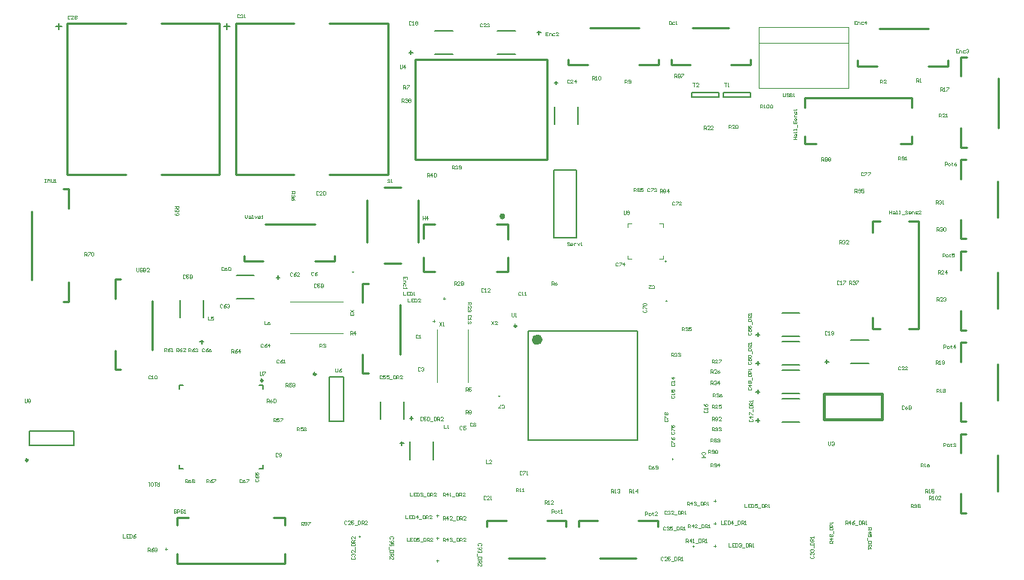
<source format=gto>
G04 Layer_Color=65535*
%FSLAX25Y25*%
%MOIN*%
G70*
G01*
G75*
%ADD45C,0.00984*%
%ADD47C,0.01181*%
%ADD95C,0.02362*%
%ADD96C,0.01000*%
%ADD97C,0.00591*%
%ADD98C,0.00118*%
%ADD99C,0.00787*%
%ADD100C,0.00394*%
%ADD101C,0.00200*%
D45*
X285071Y231878D02*
G03*
X285071Y231878I-492J0D01*
G01*
X172906Y207669D02*
G03*
X172906Y207669I-492J0D01*
G01*
X68949Y172354D02*
G03*
X68949Y172354I-492J0D01*
G01*
X196346Y210543D02*
G03*
X196346Y210543I-492J0D01*
G01*
D47*
X421315Y201500D02*
X446906D01*
Y190300D02*
Y201500D01*
X421315Y190300D02*
X446906D01*
X421315D02*
Y201500D01*
D95*
X295406Y225776D02*
G03*
X295406Y225776I-1181J0D01*
G01*
D96*
X279625Y280400D02*
G03*
X279625Y280400I-825J0D01*
G01*
X226500Y293400D02*
X234099D01*
X219000Y268799D02*
Y287500D01*
X226500Y259600D02*
X234100D01*
X241600Y268800D02*
Y287500D01*
X160800Y298800D02*
X186626D01*
X202374D02*
X228200D01*
X160800D02*
Y366100D01*
X186626D01*
X228200Y298800D02*
Y366100D01*
X202374D02*
X228200D01*
X86300Y298800D02*
X112126D01*
X127874D02*
X153700D01*
X86300D02*
Y366100D01*
X112126D01*
X153700Y298800D02*
Y366100D01*
X127874D02*
X153700D01*
X174079Y277000D02*
X195879D01*
X164579Y260500D02*
Y263000D01*
Y260500D02*
X173079D01*
X204479D02*
Y263000D01*
X195979Y260500D02*
X204479D01*
X298700Y305600D02*
Y349800D01*
X240300D02*
X298700D01*
X240300Y305600D02*
X298700D01*
X240300D02*
Y349800D01*
X347900Y347500D02*
Y350000D01*
X339400Y347500D02*
X347900D01*
X317500Y364000D02*
X339300D01*
X308000Y347500D02*
X316500D01*
X308000D02*
Y350000D01*
X388500Y347500D02*
Y350000D01*
X380000Y347500D02*
X388500D01*
X363000Y364000D02*
X379000D01*
X353500Y347500D02*
X362000D01*
X353500D02*
Y350000D01*
X442500Y230886D02*
Y235744D01*
Y273244D02*
Y278244D01*
X458500Y230744D02*
X463000D01*
X442500D02*
X446000D01*
X442500Y278244D02*
X446000D01*
X458500D02*
X463000D01*
Y230744D02*
Y278244D01*
X233500Y219443D02*
Y241243D01*
X217000Y250743D02*
X219500D01*
X217000Y242243D02*
Y250743D01*
Y210842D02*
X219500D01*
X217000D02*
Y219342D01*
X276400Y276800D02*
X281400D01*
Y270400D02*
Y276800D01*
Y256000D02*
Y262400D01*
X276400Y256000D02*
X281400D01*
X243800Y270600D02*
Y277000D01*
X248800D01*
X243800Y256000D02*
Y262400D01*
Y256000D02*
X248800D01*
X455000Y312500D02*
X459858D01*
X412500D02*
X417500D01*
X460000Y328500D02*
Y333000D01*
Y312500D02*
Y316000D01*
X412500Y312500D02*
Y316000D01*
Y328500D02*
Y333000D01*
X460000D01*
X445500Y363500D02*
X467300D01*
X436000Y347000D02*
Y349500D01*
Y347000D02*
X444500D01*
X475900D02*
Y349500D01*
X467400Y347000D02*
X475900D01*
X498256Y319700D02*
Y341500D01*
X481756Y351000D02*
X484256D01*
X481756Y342500D02*
Y351000D01*
Y311100D02*
X484256D01*
X481756D02*
Y319600D01*
X481500Y297000D02*
Y305500D01*
X484000D01*
X498000Y280000D02*
Y296000D01*
X481500Y270500D02*
X484000D01*
X481500D02*
Y279000D01*
X481500Y256500D02*
Y265000D01*
X484000D01*
X498000Y239500D02*
Y255500D01*
X481500Y230000D02*
X484000D01*
X481500D02*
Y238500D01*
Y216000D02*
Y224500D01*
X484000D01*
X498000Y199000D02*
Y215000D01*
X481500Y189500D02*
X484000D01*
X481500D02*
Y198000D01*
X481500Y175500D02*
Y184000D01*
X484000D01*
X498000Y158500D02*
Y174500D01*
X481500Y149000D02*
X484000D01*
X481500D02*
Y157500D01*
X339000Y145500D02*
X347500D01*
Y143000D02*
Y145500D01*
X322000Y129000D02*
X338000D01*
X312500Y143000D02*
Y145500D01*
X321000D01*
X298500D02*
X307000D01*
Y143000D02*
Y145500D01*
X281500Y129000D02*
X297500D01*
X272000Y143000D02*
Y145500D01*
X280500D01*
X70500Y252257D02*
Y282658D01*
X84500Y242758D02*
X87000D01*
Y251257D01*
X84500Y292458D02*
X87000D01*
Y283958D02*
Y292458D01*
X124000Y221200D02*
Y243000D01*
X107500Y252500D02*
X110000D01*
X107500Y244000D02*
Y252500D01*
Y212600D02*
X110000D01*
X107500D02*
Y221100D01*
X350866Y260591D02*
Y260630D01*
X135000Y126500D02*
Y131000D01*
Y126500D02*
X182500D01*
X135000Y143500D02*
Y147000D01*
X135142D02*
X140000D01*
X182500Y126500D02*
Y131000D01*
X177500Y147000D02*
X182500D01*
Y143500D02*
Y147000D01*
D97*
X155700Y364600D02*
X158300D01*
X157000Y363300D02*
Y365900D01*
X81200Y364600D02*
X83800D01*
X82500Y363300D02*
Y365900D01*
X294300Y361900D02*
X295900D01*
X295100Y361100D02*
Y362700D01*
X422400Y215300D02*
Y216900D01*
X421600Y216100D02*
X423200D01*
X391900Y227300D02*
Y228900D01*
X391100Y228100D02*
X392700D01*
X391900Y214633D02*
Y216233D01*
X391100Y215433D02*
X392700D01*
X391900Y201967D02*
Y203567D01*
X391100Y202767D02*
X392700D01*
X391900Y189300D02*
Y190900D01*
X391100Y190100D02*
X392700D01*
X301800Y339600D02*
X303400D01*
X302600Y338800D02*
Y340400D01*
X237800Y191100D02*
X239400D01*
X238600Y190300D02*
Y191900D01*
X233600Y179900D02*
X235200D01*
X234400Y179100D02*
Y180700D01*
X179600Y252600D02*
Y254200D01*
X178800Y253400D02*
X180400D01*
X145100Y224900D02*
X146700D01*
X145900Y224100D02*
Y225700D01*
X238400Y352300D02*
Y353900D01*
X237600Y353100D02*
X239200D01*
D98*
X215600Y138400D02*
Y139000D01*
X215300Y138700D02*
X215900D01*
X363400Y134000D02*
Y134600D01*
X363100Y134300D02*
X363700D01*
X277400Y200500D02*
Y201100D01*
X277100Y200800D02*
X277700D01*
X212707Y255500D02*
Y256100D01*
X212407Y255800D02*
X213007D01*
X354100Y172644D02*
Y173244D01*
X353800Y172944D02*
X354400D01*
X351000Y243100D02*
X351600D01*
X351300Y242800D02*
Y243400D01*
D99*
X276618Y352382D02*
X284492D01*
X276618Y362618D02*
X284492D01*
X433008Y215382D02*
X440882D01*
X433008Y225618D02*
X440882D01*
X402508Y227382D02*
X410382D01*
X402508Y237618D02*
X410382D01*
X402508Y214715D02*
X410382D01*
X402508Y224951D02*
X410382D01*
X402508Y202049D02*
X410382D01*
X402508Y212285D02*
X410382D01*
X402508Y189382D02*
X410382D01*
X402508Y199618D02*
X410382D01*
X290287Y181287D02*
Y229713D01*
X338713Y181287D02*
Y229713D01*
X290287D02*
X338713D01*
X290287Y181287D02*
X338713D01*
X301750Y271000D02*
Y301000D01*
Y271000D02*
X311750D01*
Y301000D01*
X301750D02*
X311750D01*
X301882Y321118D02*
Y328992D01*
X312118Y321118D02*
Y328992D01*
X376638Y335244D02*
X388449D01*
X376638Y333244D02*
X388449D01*
Y335244D01*
X376638Y333244D02*
Y335244D01*
X362638D02*
X374449D01*
X362638Y333244D02*
X374449D01*
Y335244D01*
X362638Y333244D02*
Y335244D01*
X173004Y168496D02*
Y170169D01*
X171331Y168496D02*
X173004D01*
X135996D02*
X137669D01*
X135996D02*
Y170169D01*
Y203831D02*
Y205504D01*
X137669D01*
X173004Y203831D02*
Y205504D01*
X171331D02*
X173004D01*
X237882Y172618D02*
Y180492D01*
X248118Y172618D02*
Y180492D01*
X69657Y178850D02*
X89342D01*
X69657Y185150D02*
X89342D01*
X69657Y178850D02*
Y185150D01*
X89342Y178850D02*
Y185150D01*
X235118Y190508D02*
Y198382D01*
X224882Y190508D02*
Y198382D01*
X202350Y189657D02*
X208650D01*
X202350Y209343D02*
X208650D01*
Y189657D02*
Y209343D01*
X202350Y189657D02*
Y209343D01*
X161118Y254118D02*
X168992D01*
X161118Y243882D02*
X168992D01*
X146618Y235508D02*
Y243382D01*
X136382Y235508D02*
Y243382D01*
X249008Y352382D02*
X256882D01*
X249008Y362618D02*
X256882D01*
D100*
X249800Y206844D02*
Y230444D01*
X263600Y206822D02*
Y230444D01*
X248500Y233500D02*
Y234500D01*
X248000Y234000D02*
X249000D01*
X253000Y243500D02*
Y244500D01*
X252500Y244000D02*
X253500D01*
X392300Y357200D02*
X431800D01*
X392300Y337200D02*
Y357209D01*
Y337200D02*
X431800D01*
Y357209D01*
Y357200D02*
Y364400D01*
X392300D02*
X431800D01*
X392300Y357200D02*
Y364400D01*
X372909Y153912D02*
Y154912D01*
X372409Y154412D02*
X373409D01*
X372909Y133912D02*
Y134912D01*
X372409Y134412D02*
X373409D01*
X372909Y143912D02*
Y144912D01*
X372409Y144412D02*
X373409D01*
X249980Y147344D02*
Y148344D01*
X249480Y147844D02*
X250480D01*
X249980Y137344D02*
Y138344D01*
X249480Y137844D02*
X250480D01*
X249980Y127344D02*
Y128344D01*
X249480Y127844D02*
X250480D01*
X130000Y132500D02*
Y133500D01*
X129500Y133000D02*
X130500D01*
X184844Y242464D02*
X208444D01*
X184822Y228664D02*
X208444D01*
X350000Y261535D02*
Y262953D01*
X348425Y261496D02*
X350000D01*
Y275669D02*
Y277244D01*
X348425D02*
X350000D01*
X334252D02*
X335827D01*
X334252Y275669D02*
Y277244D01*
Y261496D02*
Y263071D01*
Y261496D02*
X335787D01*
D101*
X185500Y291520D02*
X186999D01*
Y290770D01*
X186750Y290520D01*
X186250D01*
X186000Y290770D01*
Y291520D01*
Y291020D02*
X185500Y290520D01*
X185750Y290020D02*
X185500Y289770D01*
Y289270D01*
X185750Y289020D01*
X186750D01*
X186999Y289270D01*
Y289770D01*
X186750Y290020D01*
X186500D01*
X186250Y289770D01*
Y289020D01*
X186999Y287521D02*
X186750Y288021D01*
X186250Y288521D01*
X185750D01*
X185500Y288271D01*
Y287771D01*
X185750Y287521D01*
X186000D01*
X186250Y287771D01*
Y288521D01*
X165000Y280999D02*
Y280000D01*
X165500Y279500D01*
X166000Y280000D01*
Y280999D01*
X166749Y280500D02*
X167249D01*
X167499Y280250D01*
Y279500D01*
X166749D01*
X166499Y279750D01*
X166749Y280000D01*
X167499D01*
X167999Y279500D02*
X168499D01*
X168249D01*
Y280999D01*
X167999D01*
X169249Y280500D02*
X169748Y279500D01*
X170248Y280500D01*
X171498Y279500D02*
X170998D01*
X170748Y279750D01*
Y280250D01*
X170998Y280500D01*
X171498D01*
X171748Y280250D01*
Y280000D01*
X170748D01*
X172248Y279500D02*
X172748D01*
X172498D01*
Y280999D01*
X172248Y280750D01*
X213000Y239000D02*
X211500Y238000D01*
X213000D02*
X211500Y239000D01*
X212750Y237501D02*
X213000Y237251D01*
Y236751D01*
X212750Y236501D01*
X212500D01*
X212250Y236751D01*
Y237001D01*
Y236751D01*
X212000Y236501D01*
X211750D01*
X211500Y236751D01*
Y237251D01*
X211750Y237501D01*
X274000Y233999D02*
X275000Y232500D01*
Y233999D02*
X274000Y232500D01*
X276499D02*
X275500D01*
X276499Y233500D01*
Y233750D01*
X276249Y233999D01*
X275749D01*
X275500Y233750D01*
X251000Y233500D02*
X252000Y232000D01*
Y233500D02*
X251000Y232000D01*
X252500D02*
X252999D01*
X252749D01*
Y233500D01*
X252500Y233250D01*
X117000Y257500D02*
Y256250D01*
X117250Y256000D01*
X117750D01*
X118000Y256250D01*
Y257500D01*
X119499Y257250D02*
X119249Y257500D01*
X118749D01*
X118500Y257250D01*
Y257000D01*
X118749Y256750D01*
X119249D01*
X119499Y256500D01*
Y256250D01*
X119249Y256000D01*
X118749D01*
X118500Y256250D01*
X119999Y257500D02*
Y256000D01*
X120749D01*
X120999Y256250D01*
Y256500D01*
X120749Y256750D01*
X119999D01*
X120749D01*
X120999Y257000D01*
Y257250D01*
X120749Y257500D01*
X119999D01*
X122498Y256000D02*
X121499D01*
X122498Y257000D01*
Y257250D01*
X122248Y257500D01*
X121748D01*
X121499Y257250D01*
X403000Y334999D02*
Y333750D01*
X403250Y333500D01*
X403750D01*
X404000Y333750D01*
Y334999D01*
X405499Y334750D02*
X405249Y334999D01*
X404749D01*
X404499Y334750D01*
Y334500D01*
X404749Y334250D01*
X405249D01*
X405499Y334000D01*
Y333750D01*
X405249Y333500D01*
X404749D01*
X404499Y333750D01*
X405999Y334999D02*
Y333500D01*
X406749D01*
X406999Y333750D01*
Y334000D01*
X406749Y334250D01*
X405999D01*
X406749D01*
X406999Y334500D01*
Y334750D01*
X406749Y334999D01*
X405999D01*
X407499Y333500D02*
X407998D01*
X407749D01*
Y334999D01*
X407499Y334750D01*
X332500Y282899D02*
Y281650D01*
X332750Y281400D01*
X333250D01*
X333500Y281650D01*
Y282899D01*
X333999Y281650D02*
X334249Y281400D01*
X334749D01*
X334999Y281650D01*
Y282650D01*
X334749Y282899D01*
X334249D01*
X333999Y282650D01*
Y282400D01*
X334249Y282150D01*
X334999D01*
X67500Y199499D02*
Y198250D01*
X67750Y198000D01*
X68250D01*
X68500Y198250D01*
Y199499D01*
X68999Y199250D02*
X69249Y199499D01*
X69749D01*
X69999Y199250D01*
Y199000D01*
X69749Y198750D01*
X69999Y198500D01*
Y198250D01*
X69749Y198000D01*
X69249D01*
X68999Y198250D01*
Y198500D01*
X69249Y198750D01*
X68999Y199000D01*
Y199250D01*
X69249Y198750D02*
X69749D01*
X171500Y211500D02*
Y210250D01*
X171750Y210000D01*
X172250D01*
X172500Y210250D01*
Y211500D01*
X173000D02*
X173999D01*
Y211250D01*
X173000Y210250D01*
Y210000D01*
X205000Y213000D02*
Y211750D01*
X205250Y211500D01*
X205750D01*
X206000Y211750D01*
Y213000D01*
X207499D02*
X206999Y212750D01*
X206500Y212250D01*
Y211750D01*
X206749Y211500D01*
X207249D01*
X207499Y211750D01*
Y212000D01*
X207249Y212250D01*
X206500D01*
X233500Y347499D02*
Y346250D01*
X233750Y346000D01*
X234250D01*
X234500Y346250D01*
Y347499D01*
X235749Y346000D02*
Y347499D01*
X234999Y346750D01*
X235999D01*
X423000Y180499D02*
Y179250D01*
X423250Y179000D01*
X423750D01*
X424000Y179250D01*
Y180499D01*
X424500Y180250D02*
X424749Y180499D01*
X425249D01*
X425499Y180250D01*
Y180000D01*
X425249Y179750D01*
X424999D01*
X425249D01*
X425499Y179500D01*
Y179250D01*
X425249Y179000D01*
X424749D01*
X424500Y179250D01*
X283000Y237499D02*
Y236250D01*
X283250Y236000D01*
X283750D01*
X284000Y236250D01*
Y237499D01*
X284500Y236000D02*
X284999D01*
X284749D01*
Y237499D01*
X284500Y237250D01*
X363000Y339499D02*
X364000D01*
X363500D01*
Y338000D01*
X365499D02*
X364499D01*
X365499Y339000D01*
Y339250D01*
X365249Y339499D01*
X364749D01*
X364499Y339250D01*
X377000Y339499D02*
X378000D01*
X377500D01*
Y338000D01*
X378500D02*
X378999D01*
X378749D01*
Y339499D01*
X378500Y339250D01*
X308500Y268750D02*
X308250Y269000D01*
X307750D01*
X307500Y268750D01*
Y268500D01*
X307750Y268250D01*
X308250D01*
X308500Y268000D01*
Y267750D01*
X308250Y267500D01*
X307750D01*
X307500Y267750D01*
X309749Y267500D02*
X309249D01*
X308999Y267750D01*
Y268250D01*
X309249Y268500D01*
X309749D01*
X309999Y268250D01*
Y268000D01*
X308999D01*
X310499Y268500D02*
Y267500D01*
Y268000D01*
X310749Y268250D01*
X310999Y268500D01*
X311249D01*
X311999D02*
X312498Y267500D01*
X312998Y268500D01*
X313498Y267500D02*
X313998D01*
X313748D01*
Y269000D01*
X313498Y268750D01*
X229000Y296750D02*
X228750Y297000D01*
X228250D01*
X228000Y296750D01*
Y296500D01*
X228250Y296250D01*
X228750D01*
X229000Y296000D01*
Y295750D01*
X228750Y295500D01*
X228250D01*
X228000Y295750D01*
X229500Y295500D02*
X229999D01*
X229749D01*
Y297000D01*
X229500Y296750D01*
X467500Y155000D02*
Y156500D01*
X468250D01*
X468500Y156250D01*
Y155750D01*
X468250Y155500D01*
X467500D01*
X468000D02*
X468500Y155000D01*
X468999D02*
X469499D01*
X469249D01*
Y156500D01*
X468999Y156250D01*
X470249D02*
X470499Y156500D01*
X470999D01*
X471249Y156250D01*
Y155250D01*
X470999Y155000D01*
X470499D01*
X470249Y155250D01*
Y156250D01*
X472748Y155000D02*
X471749D01*
X472748Y156000D01*
Y156250D01*
X472498Y156500D01*
X471999D01*
X471749Y156250D01*
X127000Y162500D02*
Y161001D01*
X126250D01*
X126000Y161250D01*
Y161750D01*
X126250Y162000D01*
X127000D01*
X126500D02*
X126000Y162500D01*
X125501D02*
X125001D01*
X125251D01*
Y161001D01*
X125501Y161250D01*
X124251D02*
X124001Y161001D01*
X123501D01*
X123251Y161250D01*
Y162250D01*
X123501Y162500D01*
X124001D01*
X124251Y162250D01*
Y161250D01*
X122751Y162500D02*
X122251D01*
X122501D01*
Y161001D01*
X122751Y161250D01*
X393000Y328500D02*
Y329999D01*
X393750D01*
X394000Y329750D01*
Y329250D01*
X393750Y329000D01*
X393000D01*
X393500D02*
X394000Y328500D01*
X394499D02*
X394999D01*
X394749D01*
Y329999D01*
X394499Y329750D01*
X395749D02*
X395999Y329999D01*
X396499D01*
X396749Y329750D01*
Y328750D01*
X396499Y328500D01*
X395999D01*
X395749Y328750D01*
Y329750D01*
X397249D02*
X397499Y329999D01*
X397998D01*
X398248Y329750D01*
Y328750D01*
X397998Y328500D01*
X397499D01*
X397249Y328750D01*
Y329750D01*
X134000Y285020D02*
X135500D01*
Y284270D01*
X135250Y284020D01*
X134750D01*
X134500Y284270D01*
Y285020D01*
Y284520D02*
X134000Y284020D01*
X134250Y283520D02*
X134000Y283270D01*
Y282770D01*
X134250Y282521D01*
X135250D01*
X135500Y282770D01*
Y283270D01*
X135250Y283520D01*
X135000D01*
X134750Y283270D01*
Y282521D01*
X134250Y282021D02*
X134000Y281771D01*
Y281271D01*
X134250Y281021D01*
X135250D01*
X135500Y281271D01*
Y281771D01*
X135250Y282021D01*
X135000D01*
X134750Y281771D01*
Y281021D01*
X459500Y151500D02*
Y152999D01*
X460250D01*
X460500Y152750D01*
Y152250D01*
X460250Y152000D01*
X459500D01*
X460000D02*
X460500Y151500D01*
X460999Y151750D02*
X461249Y151500D01*
X461749D01*
X461999Y151750D01*
Y152750D01*
X461749Y152999D01*
X461249D01*
X460999Y152750D01*
Y152500D01*
X461249Y152250D01*
X461999D01*
X462499Y152750D02*
X462749Y152999D01*
X463249D01*
X463499Y152750D01*
Y152500D01*
X463249Y152250D01*
X463499Y152000D01*
Y151750D01*
X463249Y151500D01*
X462749D01*
X462499Y151750D01*
Y152000D01*
X462749Y152250D01*
X462499Y152500D01*
Y152750D01*
X462749Y152250D02*
X463249D01*
X189800Y143600D02*
Y145099D01*
X190550D01*
X190800Y144850D01*
Y144350D01*
X190550Y144100D01*
X189800D01*
X190300D02*
X190800Y143600D01*
X191299Y143850D02*
X191549Y143600D01*
X192049D01*
X192299Y143850D01*
Y144850D01*
X192049Y145099D01*
X191549D01*
X191299Y144850D01*
Y144600D01*
X191549Y144350D01*
X192299D01*
X192799Y145099D02*
X193799D01*
Y144850D01*
X192799Y143850D01*
Y143600D01*
X434700Y291100D02*
Y292600D01*
X435450D01*
X435700Y292350D01*
Y291850D01*
X435450Y291600D01*
X434700D01*
X435200D02*
X435700Y291100D01*
X436200Y291350D02*
X436449Y291100D01*
X436949D01*
X437199Y291350D01*
Y292350D01*
X436949Y292600D01*
X436449D01*
X436200Y292350D01*
Y292100D01*
X436449Y291850D01*
X437199D01*
X438699Y292600D02*
X437699D01*
Y291850D01*
X438199Y292100D01*
X438449D01*
X438699Y291850D01*
Y291350D01*
X438449Y291100D01*
X437949D01*
X437699Y291350D01*
X371000Y169500D02*
Y171000D01*
X371750D01*
X372000Y170750D01*
Y170250D01*
X371750Y170000D01*
X371000D01*
X371500D02*
X372000Y169500D01*
X372499Y169750D02*
X372749Y169500D01*
X373249D01*
X373499Y169750D01*
Y170750D01*
X373249Y171000D01*
X372749D01*
X372499Y170750D01*
Y170500D01*
X372749Y170250D01*
X373499D01*
X374749Y169500D02*
Y171000D01*
X373999Y170250D01*
X374999D01*
X371500Y185500D02*
Y186999D01*
X372250D01*
X372500Y186750D01*
Y186250D01*
X372250Y186000D01*
X371500D01*
X372000D02*
X372500Y185500D01*
X373000Y185750D02*
X373249Y185500D01*
X373749D01*
X373999Y185750D01*
Y186750D01*
X373749Y186999D01*
X373249D01*
X373000Y186750D01*
Y186500D01*
X373249Y186250D01*
X373999D01*
X374499Y186750D02*
X374749Y186999D01*
X375249D01*
X375499Y186750D01*
Y186500D01*
X375249Y186250D01*
X374999D01*
X375249D01*
X375499Y186000D01*
Y185750D01*
X375249Y185500D01*
X374749D01*
X374499Y185750D01*
X371500Y190000D02*
Y191499D01*
X372250D01*
X372500Y191250D01*
Y190750D01*
X372250Y190500D01*
X371500D01*
X372000D02*
X372500Y190000D01*
X373000Y190250D02*
X373249Y190000D01*
X373749D01*
X373999Y190250D01*
Y191250D01*
X373749Y191499D01*
X373249D01*
X373000Y191250D01*
Y191000D01*
X373249Y190750D01*
X373999D01*
X375499Y190000D02*
X374499D01*
X375499Y191000D01*
Y191250D01*
X375249Y191499D01*
X374749D01*
X374499Y191250D01*
X454000Y305500D02*
Y306999D01*
X454750D01*
X455000Y306750D01*
Y306250D01*
X454750Y306000D01*
X454000D01*
X454500D02*
X455000Y305500D01*
X455500Y305750D02*
X455749Y305500D01*
X456249D01*
X456499Y305750D01*
Y306750D01*
X456249Y306999D01*
X455749D01*
X455500Y306750D01*
Y306500D01*
X455749Y306250D01*
X456499D01*
X456999Y305500D02*
X457499D01*
X457249D01*
Y306999D01*
X456999Y306750D01*
X370000Y175500D02*
Y176999D01*
X370750D01*
X371000Y176750D01*
Y176250D01*
X370750Y176000D01*
X370000D01*
X370500D02*
X371000Y175500D01*
X371499Y175750D02*
X371749Y175500D01*
X372249D01*
X372499Y175750D01*
Y176750D01*
X372249Y176999D01*
X371749D01*
X371499Y176750D01*
Y176500D01*
X371749Y176250D01*
X372499D01*
X372999Y176750D02*
X373249Y176999D01*
X373749D01*
X373999Y176750D01*
Y175750D01*
X373749Y175500D01*
X373249D01*
X372999Y175750D01*
Y176750D01*
X371000Y180500D02*
Y182000D01*
X371750D01*
X372000Y181750D01*
Y181250D01*
X371750Y181000D01*
X371000D01*
X371500D02*
X372000Y180500D01*
X372499Y181750D02*
X372749Y182000D01*
X373249D01*
X373499Y181750D01*
Y181500D01*
X373249Y181250D01*
X373499Y181000D01*
Y180750D01*
X373249Y180500D01*
X372749D01*
X372499Y180750D01*
Y181000D01*
X372749Y181250D01*
X372499Y181500D01*
Y181750D01*
X372749Y181250D02*
X373249D01*
X373999Y180750D02*
X374249Y180500D01*
X374749D01*
X374999Y180750D01*
Y181750D01*
X374749Y182000D01*
X374249D01*
X373999Y181750D01*
Y181500D01*
X374249Y181250D01*
X374999D01*
X420000Y305000D02*
Y306500D01*
X420750D01*
X421000Y306250D01*
Y305750D01*
X420750Y305500D01*
X420000D01*
X420500D02*
X421000Y305000D01*
X421499Y306250D02*
X421749Y306500D01*
X422249D01*
X422499Y306250D01*
Y306000D01*
X422249Y305750D01*
X422499Y305500D01*
Y305250D01*
X422249Y305000D01*
X421749D01*
X421499Y305250D01*
Y305500D01*
X421749Y305750D01*
X421499Y306000D01*
Y306250D01*
X421749Y305750D02*
X422249D01*
X422999Y306250D02*
X423249Y306500D01*
X423749D01*
X423999Y306250D01*
Y306000D01*
X423749Y305750D01*
X423999Y305500D01*
Y305250D01*
X423749Y305000D01*
X423249D01*
X422999Y305250D01*
Y305500D01*
X423249Y305750D01*
X422999Y306000D01*
Y306250D01*
X423249Y305750D02*
X423749D01*
X355000Y342000D02*
Y343499D01*
X355750D01*
X356000Y343250D01*
Y342750D01*
X355750Y342500D01*
X355000D01*
X355500D02*
X356000Y342000D01*
X356500Y343250D02*
X356749Y343499D01*
X357249D01*
X357499Y343250D01*
Y343000D01*
X357249Y342750D01*
X357499Y342500D01*
Y342250D01*
X357249Y342000D01*
X356749D01*
X356500Y342250D01*
Y342500D01*
X356749Y342750D01*
X356500Y343000D01*
Y343250D01*
X356749Y342750D02*
X357249D01*
X357999Y343499D02*
X358999D01*
Y343250D01*
X357999Y342250D01*
Y342000D01*
X337000Y291500D02*
Y293000D01*
X337750D01*
X338000Y292750D01*
Y292250D01*
X337750Y292000D01*
X337000D01*
X337500D02*
X338000Y291500D01*
X338499Y292750D02*
X338749Y293000D01*
X339249D01*
X339499Y292750D01*
Y292500D01*
X339249Y292250D01*
X339499Y292000D01*
Y291750D01*
X339249Y291500D01*
X338749D01*
X338499Y291750D01*
Y292000D01*
X338749Y292250D01*
X338499Y292500D01*
Y292750D01*
X338749Y292250D02*
X339249D01*
X340999Y293000D02*
X339999D01*
Y292250D01*
X340499Y292500D01*
X340749D01*
X340999Y292250D01*
Y291750D01*
X340749Y291500D01*
X340249D01*
X339999Y291750D01*
X348500Y291000D02*
Y292499D01*
X349250D01*
X349500Y292250D01*
Y291750D01*
X349250Y291500D01*
X348500D01*
X349000D02*
X349500Y291000D01*
X349999Y292250D02*
X350249Y292499D01*
X350749D01*
X350999Y292250D01*
Y292000D01*
X350749Y291750D01*
X350999Y291500D01*
Y291250D01*
X350749Y291000D01*
X350249D01*
X349999Y291250D01*
Y291500D01*
X350249Y291750D01*
X349999Y292000D01*
Y292250D01*
X350249Y291750D02*
X350749D01*
X352249Y291000D02*
Y292499D01*
X351499Y291750D01*
X352499D01*
X94000Y263000D02*
Y264499D01*
X94750D01*
X95000Y264250D01*
Y263750D01*
X94750Y263500D01*
X94000D01*
X94500D02*
X95000Y263000D01*
X95499Y264499D02*
X96499D01*
Y264250D01*
X95499Y263250D01*
Y263000D01*
X96999Y264250D02*
X97249Y264499D01*
X97749D01*
X97999Y264250D01*
Y263250D01*
X97749Y263000D01*
X97249D01*
X96999Y263250D01*
Y264250D01*
X122000Y132000D02*
Y133500D01*
X122750D01*
X123000Y133250D01*
Y132750D01*
X122750Y132500D01*
X122000D01*
X122500D02*
X123000Y132000D01*
X124499Y133500D02*
X123999Y133250D01*
X123500Y132750D01*
Y132250D01*
X123749Y132000D01*
X124249D01*
X124499Y132250D01*
Y132500D01*
X124249Y132750D01*
X123500D01*
X124999Y132250D02*
X125249Y132000D01*
X125749D01*
X125999Y132250D01*
Y133250D01*
X125749Y133500D01*
X125249D01*
X124999Y133250D01*
Y133000D01*
X125249Y132750D01*
X125999D01*
X138500Y162500D02*
Y163999D01*
X139250D01*
X139500Y163750D01*
Y163250D01*
X139250Y163000D01*
X138500D01*
X139000D02*
X139500Y162500D01*
X140999Y163999D02*
X140499Y163750D01*
X139999Y163250D01*
Y162750D01*
X140249Y162500D01*
X140749D01*
X140999Y162750D01*
Y163000D01*
X140749Y163250D01*
X139999D01*
X141499Y163750D02*
X141749Y163999D01*
X142249D01*
X142499Y163750D01*
Y163500D01*
X142249Y163250D01*
X142499Y163000D01*
Y162750D01*
X142249Y162500D01*
X141749D01*
X141499Y162750D01*
Y163000D01*
X141749Y163250D01*
X141499Y163500D01*
Y163750D01*
X141749Y163250D02*
X142249D01*
X148000Y162500D02*
Y163999D01*
X148750D01*
X149000Y163750D01*
Y163250D01*
X148750Y163000D01*
X148000D01*
X148500D02*
X149000Y162500D01*
X150499Y163999D02*
X149999Y163750D01*
X149499Y163250D01*
Y162750D01*
X149749Y162500D01*
X150249D01*
X150499Y162750D01*
Y163000D01*
X150249Y163250D01*
X149499D01*
X150999Y163999D02*
X151999D01*
Y163750D01*
X150999Y162750D01*
Y162500D01*
X159000Y220000D02*
Y221499D01*
X159750D01*
X160000Y221250D01*
Y220750D01*
X159750Y220500D01*
X159000D01*
X159500D02*
X160000Y220000D01*
X161499Y221499D02*
X160999Y221250D01*
X160500Y220750D01*
Y220250D01*
X160749Y220000D01*
X161249D01*
X161499Y220250D01*
Y220500D01*
X161249Y220750D01*
X160500D01*
X162749Y220000D02*
Y221499D01*
X161999Y220750D01*
X162999D01*
X140000Y220500D02*
Y222000D01*
X140750D01*
X141000Y221750D01*
Y221250D01*
X140750Y221000D01*
X140000D01*
X140500D02*
X141000Y220500D01*
X142499Y222000D02*
X141999Y221750D01*
X141499Y221250D01*
Y220750D01*
X141749Y220500D01*
X142249D01*
X142499Y220750D01*
Y221000D01*
X142249Y221250D01*
X141499D01*
X142999Y221750D02*
X143249Y222000D01*
X143749D01*
X143999Y221750D01*
Y221500D01*
X143749Y221250D01*
X143499D01*
X143749D01*
X143999Y221000D01*
Y220750D01*
X143749Y220500D01*
X143249D01*
X142999Y220750D01*
X134600Y220600D02*
Y222099D01*
X135350D01*
X135600Y221850D01*
Y221350D01*
X135350Y221100D01*
X134600D01*
X135100D02*
X135600Y220600D01*
X137099Y222099D02*
X136599Y221850D01*
X136100Y221350D01*
Y220850D01*
X136349Y220600D01*
X136849D01*
X137099Y220850D01*
Y221100D01*
X136849Y221350D01*
X136100D01*
X138599Y220600D02*
X137599D01*
X138599Y221600D01*
Y221850D01*
X138349Y222099D01*
X137849D01*
X137599Y221850D01*
X129300Y220600D02*
Y222099D01*
X130050D01*
X130300Y221850D01*
Y221350D01*
X130050Y221100D01*
X129300D01*
X129800D02*
X130300Y220600D01*
X131799Y222099D02*
X131299Y221850D01*
X130799Y221350D01*
Y220850D01*
X131049Y220600D01*
X131549D01*
X131799Y220850D01*
Y221100D01*
X131549Y221350D01*
X130799D01*
X132299Y220600D02*
X132799D01*
X132549D01*
Y222099D01*
X132299Y221850D01*
X174500Y198000D02*
Y199499D01*
X175250D01*
X175500Y199250D01*
Y198750D01*
X175250Y198500D01*
X174500D01*
X175000D02*
X175500Y198000D01*
X176999Y199499D02*
X176499Y199250D01*
X175999Y198750D01*
Y198250D01*
X176249Y198000D01*
X176749D01*
X176999Y198250D01*
Y198500D01*
X176749Y198750D01*
X175999D01*
X177499Y199250D02*
X177749Y199499D01*
X178249D01*
X178499Y199250D01*
Y198250D01*
X178249Y198000D01*
X177749D01*
X177499Y198250D01*
Y199250D01*
X183000Y205000D02*
Y206500D01*
X183750D01*
X184000Y206250D01*
Y205750D01*
X183750Y205500D01*
X183000D01*
X183500D02*
X184000Y205000D01*
X185499Y206500D02*
X184500D01*
Y205750D01*
X184999Y206000D01*
X185249D01*
X185499Y205750D01*
Y205250D01*
X185249Y205000D01*
X184749D01*
X184500Y205250D01*
X185999D02*
X186249Y205000D01*
X186749D01*
X186999Y205250D01*
Y206250D01*
X186749Y206500D01*
X186249D01*
X185999Y206250D01*
Y206000D01*
X186249Y205750D01*
X186999D01*
X188000Y185500D02*
Y186999D01*
X188750D01*
X189000Y186750D01*
Y186250D01*
X188750Y186000D01*
X188000D01*
X188500D02*
X189000Y185500D01*
X190499Y186999D02*
X189499D01*
Y186250D01*
X189999Y186500D01*
X190249D01*
X190499Y186250D01*
Y185750D01*
X190249Y185500D01*
X189749D01*
X189499Y185750D01*
X190999Y186750D02*
X191249Y186999D01*
X191749D01*
X191999Y186750D01*
Y186500D01*
X191749Y186250D01*
X191999Y186000D01*
Y185750D01*
X191749Y185500D01*
X191249D01*
X190999Y185750D01*
Y186000D01*
X191249Y186250D01*
X190999Y186500D01*
Y186750D01*
X191249Y186250D02*
X191749D01*
X177500Y189500D02*
Y190999D01*
X178250D01*
X178500Y190750D01*
Y190250D01*
X178250Y190000D01*
X177500D01*
X178000D02*
X178500Y189500D01*
X179999Y190999D02*
X178999D01*
Y190250D01*
X179499Y190500D01*
X179749D01*
X179999Y190250D01*
Y189750D01*
X179749Y189500D01*
X179249D01*
X178999Y189750D01*
X180499Y190999D02*
X181499D01*
Y190750D01*
X180499Y189750D01*
Y189500D01*
X425000Y135500D02*
X423500D01*
Y136250D01*
X423750Y136500D01*
X424250D01*
X424500Y136250D01*
Y135500D01*
Y136000D02*
X425000Y136500D01*
Y137749D02*
X423500D01*
X424250Y136999D01*
Y137999D01*
X423750Y138499D02*
X423500Y138749D01*
Y139249D01*
X423750Y139499D01*
X424000D01*
X424250Y139249D01*
X424500Y139499D01*
X424750D01*
X425000Y139249D01*
Y138749D01*
X424750Y138499D01*
X424500D01*
X424250Y138749D01*
X424000Y138499D01*
X423750D01*
X424250Y138749D02*
Y139249D01*
X425250Y139999D02*
Y140998D01*
X423500Y141498D02*
X425000D01*
Y142248D01*
X424750Y142498D01*
X423750D01*
X423500Y142248D01*
Y141498D01*
X425000Y142998D02*
X423500D01*
Y143747D01*
X423750Y143997D01*
X424250D01*
X424500Y143747D01*
Y142998D01*
Y143497D02*
X425000Y143997D01*
Y144497D02*
Y144997D01*
Y144747D01*
X423500D01*
X423750Y144497D01*
X430500Y144000D02*
Y145500D01*
X431250D01*
X431500Y145250D01*
Y144750D01*
X431250Y144500D01*
X430500D01*
X431000D02*
X431500Y144000D01*
X432749D02*
Y145500D01*
X431999Y144750D01*
X432999D01*
X434499Y145500D02*
X433999Y145250D01*
X433499Y144750D01*
Y144250D01*
X433749Y144000D01*
X434249D01*
X434499Y144250D01*
Y144500D01*
X434249Y144750D01*
X433499D01*
X434999Y143750D02*
X435998D01*
X436498Y145500D02*
Y144000D01*
X437248D01*
X437498Y144250D01*
Y145250D01*
X437248Y145500D01*
X436498D01*
X437998Y144000D02*
Y145500D01*
X438747D01*
X438997Y145250D01*
Y144750D01*
X438747Y144500D01*
X437998D01*
X438497D02*
X438997Y144000D01*
X439497D02*
X439997D01*
X439747D01*
Y145500D01*
X439497Y145250D01*
X440500Y142500D02*
X441999D01*
Y141750D01*
X441750Y141500D01*
X441250D01*
X441000Y141750D01*
Y142500D01*
Y142000D02*
X440500Y141500D01*
Y140251D02*
X441999D01*
X441250Y141000D01*
Y140001D01*
X441999Y138501D02*
Y139501D01*
X441250D01*
X441500Y139001D01*
Y138751D01*
X441250Y138501D01*
X440750D01*
X440500Y138751D01*
Y139251D01*
X440750Y139501D01*
X440250Y138001D02*
Y137002D01*
X441999Y136502D02*
X440500D01*
Y135752D01*
X440750Y135502D01*
X441750D01*
X441999Y135752D01*
Y136502D01*
X440500Y135002D02*
X441999D01*
Y134253D01*
X441750Y134003D01*
X441250D01*
X441000Y134253D01*
Y135002D01*
Y134503D02*
X440500Y134003D01*
Y133503D02*
Y133003D01*
Y133253D01*
X441999D01*
X441750Y133503D01*
X252500Y136500D02*
Y137999D01*
X253250D01*
X253500Y137750D01*
Y137250D01*
X253250Y137000D01*
X252500D01*
X253000D02*
X253500Y136500D01*
X254749D02*
Y137999D01*
X253999Y137250D01*
X254999D01*
X255499Y137750D02*
X255749Y137999D01*
X256249D01*
X256499Y137750D01*
Y137500D01*
X256249Y137250D01*
X255999D01*
X256249D01*
X256499Y137000D01*
Y136750D01*
X256249Y136500D01*
X255749D01*
X255499Y136750D01*
X256999Y136250D02*
X257998D01*
X258498Y137999D02*
Y136500D01*
X259248D01*
X259498Y136750D01*
Y137750D01*
X259248Y137999D01*
X258498D01*
X259998Y136500D02*
Y137999D01*
X260747D01*
X260997Y137750D01*
Y137250D01*
X260747Y137000D01*
X259998D01*
X260497D02*
X260997Y136500D01*
X262497D02*
X261497D01*
X262497Y137500D01*
Y137750D01*
X262247Y137999D01*
X261747D01*
X261497Y137750D01*
X360500Y152500D02*
Y153999D01*
X361250D01*
X361500Y153750D01*
Y153250D01*
X361250Y153000D01*
X360500D01*
X361000D02*
X361500Y152500D01*
X362749D02*
Y153999D01*
X362000Y153250D01*
X362999D01*
X363499Y153750D02*
X363749Y153999D01*
X364249D01*
X364499Y153750D01*
Y153500D01*
X364249Y153250D01*
X363999D01*
X364249D01*
X364499Y153000D01*
Y152750D01*
X364249Y152500D01*
X363749D01*
X363499Y152750D01*
X364999Y152250D02*
X365998D01*
X366498Y153999D02*
Y152500D01*
X367248D01*
X367498Y152750D01*
Y153750D01*
X367248Y153999D01*
X366498D01*
X367998Y152500D02*
Y153999D01*
X368747D01*
X368997Y153750D01*
Y153250D01*
X368747Y153000D01*
X367998D01*
X368497D02*
X368997Y152500D01*
X369497D02*
X369997D01*
X369747D01*
Y153999D01*
X369497Y153750D01*
X252500Y146000D02*
Y147500D01*
X253250D01*
X253500Y147250D01*
Y146750D01*
X253250Y146500D01*
X252500D01*
X253000D02*
X253500Y146000D01*
X254749D02*
Y147500D01*
X253999Y146750D01*
X254999D01*
X256499Y146000D02*
X255499D01*
X256499Y147000D01*
Y147250D01*
X256249Y147500D01*
X255749D01*
X255499Y147250D01*
X256999Y145750D02*
X257998D01*
X258498Y147500D02*
Y146000D01*
X259248D01*
X259498Y146250D01*
Y147250D01*
X259248Y147500D01*
X258498D01*
X259998Y146000D02*
Y147500D01*
X260747D01*
X260997Y147250D01*
Y146750D01*
X260747Y146500D01*
X259998D01*
X260497D02*
X260997Y146000D01*
X262497D02*
X261497D01*
X262497Y147000D01*
Y147250D01*
X262247Y147500D01*
X261747D01*
X261497Y147250D01*
X361000Y142500D02*
Y144000D01*
X361750D01*
X362000Y143750D01*
Y143250D01*
X361750Y143000D01*
X361000D01*
X361500D02*
X362000Y142500D01*
X363249D02*
Y144000D01*
X362499Y143250D01*
X363499D01*
X364999Y142500D02*
X363999D01*
X364999Y143500D01*
Y143750D01*
X364749Y144000D01*
X364249D01*
X363999Y143750D01*
X365499Y142250D02*
X366498D01*
X366998Y144000D02*
Y142500D01*
X367748D01*
X367998Y142750D01*
Y143750D01*
X367748Y144000D01*
X366998D01*
X368498Y142500D02*
Y144000D01*
X369247D01*
X369497Y143750D01*
Y143250D01*
X369247Y143000D01*
X368498D01*
X368997D02*
X369497Y142500D01*
X369997D02*
X370497D01*
X370247D01*
Y144000D01*
X369997Y143750D01*
X252500Y156500D02*
Y158000D01*
X253250D01*
X253500Y157750D01*
Y157250D01*
X253250Y157000D01*
X252500D01*
X253000D02*
X253500Y156500D01*
X254749D02*
Y158000D01*
X253999Y157250D01*
X254999D01*
X255499Y156500D02*
X255999D01*
X255749D01*
Y158000D01*
X255499Y157750D01*
X256749Y156250D02*
X257748D01*
X258248Y158000D02*
Y156500D01*
X258998D01*
X259248Y156750D01*
Y157750D01*
X258998Y158000D01*
X258248D01*
X259748Y156500D02*
Y158000D01*
X260497D01*
X260747Y157750D01*
Y157250D01*
X260497Y157000D01*
X259748D01*
X260247D02*
X260747Y156500D01*
X262247D02*
X261247D01*
X262247Y157500D01*
Y157750D01*
X261997Y158000D01*
X261497D01*
X261247Y157750D01*
X360000Y136000D02*
Y137499D01*
X360750D01*
X361000Y137250D01*
Y136750D01*
X360750Y136500D01*
X360000D01*
X360500D02*
X361000Y136000D01*
X362249D02*
Y137499D01*
X361500Y136750D01*
X362499D01*
X362999Y136000D02*
X363499D01*
X363249D01*
Y137499D01*
X362999Y137250D01*
X364249Y135750D02*
X365248D01*
X365748Y137499D02*
Y136000D01*
X366498D01*
X366748Y136250D01*
Y137250D01*
X366498Y137499D01*
X365748D01*
X367248Y136000D02*
Y137499D01*
X367997D01*
X368247Y137250D01*
Y136750D01*
X367997Y136500D01*
X367248D01*
X367747D02*
X368247Y136000D01*
X368747D02*
X369247D01*
X368997D01*
Y137499D01*
X368747Y137250D01*
X245500Y298000D02*
Y299500D01*
X246250D01*
X246500Y299250D01*
Y298750D01*
X246250Y298500D01*
X245500D01*
X246000D02*
X246500Y298000D01*
X247749D02*
Y299500D01*
X247000Y298750D01*
X247999D01*
X248499Y299250D02*
X248749Y299500D01*
X249249D01*
X249499Y299250D01*
Y298250D01*
X249249Y298000D01*
X248749D01*
X248499Y298250D01*
Y299250D01*
X256500Y301500D02*
Y302999D01*
X257250D01*
X257500Y302750D01*
Y302250D01*
X257250Y302000D01*
X256500D01*
X257000D02*
X257500Y301500D01*
X257999Y302750D02*
X258249Y302999D01*
X258749D01*
X258999Y302750D01*
Y302500D01*
X258749Y302250D01*
X258499D01*
X258749D01*
X258999Y302000D01*
Y301750D01*
X258749Y301500D01*
X258249D01*
X257999Y301750D01*
X259499D02*
X259749Y301500D01*
X260249D01*
X260499Y301750D01*
Y302750D01*
X260249Y302999D01*
X259749D01*
X259499Y302750D01*
Y302500D01*
X259749Y302250D01*
X260499D01*
X234300Y331100D02*
Y332599D01*
X235050D01*
X235300Y332350D01*
Y331850D01*
X235050Y331600D01*
X234300D01*
X234800D02*
X235300Y331100D01*
X235800Y332350D02*
X236049Y332599D01*
X236549D01*
X236799Y332350D01*
Y332100D01*
X236549Y331850D01*
X236299D01*
X236549D01*
X236799Y331600D01*
Y331350D01*
X236549Y331100D01*
X236049D01*
X235800Y331350D01*
X237299Y332350D02*
X237549Y332599D01*
X238049D01*
X238299Y332350D01*
Y332100D01*
X238049Y331850D01*
X238299Y331600D01*
Y331350D01*
X238049Y331100D01*
X237549D01*
X237299Y331350D01*
Y331600D01*
X237549Y331850D01*
X237299Y332100D01*
Y332350D01*
X237549Y331850D02*
X238049D01*
X432300Y250400D02*
Y251900D01*
X433050D01*
X433300Y251650D01*
Y251150D01*
X433050Y250900D01*
X432300D01*
X432800D02*
X433300Y250400D01*
X433800Y251650D02*
X434049Y251900D01*
X434549D01*
X434799Y251650D01*
Y251400D01*
X434549Y251150D01*
X434299D01*
X434549D01*
X434799Y250900D01*
Y250650D01*
X434549Y250400D01*
X434049D01*
X433800Y250650D01*
X435299Y251900D02*
X436299D01*
Y251650D01*
X435299Y250650D01*
Y250400D01*
X372000Y200500D02*
Y201999D01*
X372750D01*
X373000Y201750D01*
Y201250D01*
X372750Y201000D01*
X372000D01*
X372500D02*
X373000Y200500D01*
X373499Y201750D02*
X373749Y201999D01*
X374249D01*
X374499Y201750D01*
Y201500D01*
X374249Y201250D01*
X373999D01*
X374249D01*
X374499Y201000D01*
Y200750D01*
X374249Y200500D01*
X373749D01*
X373499Y200750D01*
X375999Y201999D02*
X375499Y201750D01*
X374999Y201250D01*
Y200750D01*
X375249Y200500D01*
X375749D01*
X375999Y200750D01*
Y201000D01*
X375749Y201250D01*
X374999D01*
X358300Y229800D02*
Y231299D01*
X359050D01*
X359300Y231050D01*
Y230550D01*
X359050Y230300D01*
X358300D01*
X358800D02*
X359300Y229800D01*
X359800Y231050D02*
X360049Y231299D01*
X360549D01*
X360799Y231050D01*
Y230800D01*
X360549Y230550D01*
X360299D01*
X360549D01*
X360799Y230300D01*
Y230050D01*
X360549Y229800D01*
X360049D01*
X359800Y230050D01*
X362299Y231299D02*
X361299D01*
Y230550D01*
X361799Y230800D01*
X362049D01*
X362299Y230550D01*
Y230050D01*
X362049Y229800D01*
X361549D01*
X361299Y230050D01*
X371000Y206000D02*
Y207500D01*
X371750D01*
X372000Y207250D01*
Y206750D01*
X371750Y206500D01*
X371000D01*
X371500D02*
X372000Y206000D01*
X372499Y207250D02*
X372749Y207500D01*
X373249D01*
X373499Y207250D01*
Y207000D01*
X373249Y206750D01*
X372999D01*
X373249D01*
X373499Y206500D01*
Y206250D01*
X373249Y206000D01*
X372749D01*
X372499Y206250D01*
X374749Y206000D02*
Y207500D01*
X373999Y206750D01*
X374999D01*
X353500Y218500D02*
Y220000D01*
X354250D01*
X354500Y219750D01*
Y219250D01*
X354250Y219000D01*
X353500D01*
X354000D02*
X354500Y218500D01*
X354999Y219750D02*
X355249Y220000D01*
X355749D01*
X355999Y219750D01*
Y219500D01*
X355749Y219250D01*
X355499D01*
X355749D01*
X355999Y219000D01*
Y218750D01*
X355749Y218500D01*
X355249D01*
X354999Y218750D01*
X356499Y219750D02*
X356749Y220000D01*
X357249D01*
X357499Y219750D01*
Y219500D01*
X357249Y219250D01*
X356999D01*
X357249D01*
X357499Y219000D01*
Y218750D01*
X357249Y218500D01*
X356749D01*
X356499Y218750D01*
X427800Y268300D02*
Y269799D01*
X428550D01*
X428800Y269550D01*
Y269050D01*
X428550Y268800D01*
X427800D01*
X428300D02*
X428800Y268300D01*
X429299Y269550D02*
X429549Y269799D01*
X430049D01*
X430299Y269550D01*
Y269300D01*
X430049Y269050D01*
X429799D01*
X430049D01*
X430299Y268800D01*
Y268550D01*
X430049Y268300D01*
X429549D01*
X429299Y268550D01*
X431799Y268300D02*
X430799D01*
X431799Y269300D01*
Y269550D01*
X431549Y269799D01*
X431049D01*
X430799Y269550D01*
X470500Y286000D02*
Y287499D01*
X471250D01*
X471500Y287250D01*
Y286750D01*
X471250Y286500D01*
X470500D01*
X471000D02*
X471500Y286000D01*
X472000Y287250D02*
X472249Y287499D01*
X472749D01*
X472999Y287250D01*
Y287000D01*
X472749Y286750D01*
X472499D01*
X472749D01*
X472999Y286500D01*
Y286250D01*
X472749Y286000D01*
X472249D01*
X472000Y286250D01*
X473499Y286000D02*
X473999D01*
X473749D01*
Y287499D01*
X473499Y287250D01*
X471000Y274000D02*
Y275500D01*
X471750D01*
X472000Y275250D01*
Y274750D01*
X471750Y274500D01*
X471000D01*
X471500D02*
X472000Y274000D01*
X472500Y275250D02*
X472749Y275500D01*
X473249D01*
X473499Y275250D01*
Y275000D01*
X473249Y274750D01*
X472999D01*
X473249D01*
X473499Y274500D01*
Y274250D01*
X473249Y274000D01*
X472749D01*
X472500Y274250D01*
X473999Y275250D02*
X474249Y275500D01*
X474749D01*
X474999Y275250D01*
Y274250D01*
X474749Y274000D01*
X474249D01*
X473999Y274250D01*
Y275250D01*
X263500Y242256D02*
X265000D01*
Y241506D01*
X264750Y241256D01*
X264250D01*
X264000Y241506D01*
Y242256D01*
Y241756D02*
X263500Y241256D01*
Y239757D02*
Y240756D01*
X264500Y239757D01*
X264750D01*
X265000Y240007D01*
Y240507D01*
X264750Y240756D01*
X263750Y239257D02*
X263500Y239007D01*
Y238507D01*
X263750Y238257D01*
X264750D01*
X265000Y238507D01*
Y239007D01*
X264750Y239257D01*
X264500D01*
X264250Y239007D01*
Y238257D01*
X257500Y250000D02*
Y251500D01*
X258250D01*
X258500Y251250D01*
Y250750D01*
X258250Y250500D01*
X257500D01*
X258000D02*
X258500Y250000D01*
X259999D02*
X258999D01*
X259999Y251000D01*
Y251250D01*
X259749Y251500D01*
X259249D01*
X258999Y251250D01*
X260499D02*
X260749Y251500D01*
X261249D01*
X261499Y251250D01*
Y251000D01*
X261249Y250750D01*
X261499Y250500D01*
Y250250D01*
X261249Y250000D01*
X260749D01*
X260499Y250250D01*
Y250500D01*
X260749Y250750D01*
X260499Y251000D01*
Y251250D01*
X260749Y250750D02*
X261249D01*
X371500Y215500D02*
Y217000D01*
X372250D01*
X372500Y216750D01*
Y216250D01*
X372250Y216000D01*
X371500D01*
X372000D02*
X372500Y215500D01*
X373999D02*
X373000D01*
X373999Y216500D01*
Y216750D01*
X373749Y217000D01*
X373249D01*
X373000Y216750D01*
X374499Y217000D02*
X375499D01*
Y216750D01*
X374499Y215750D01*
Y215500D01*
X371000Y211000D02*
Y212499D01*
X371750D01*
X372000Y212250D01*
Y211750D01*
X371750Y211500D01*
X371000D01*
X371500D02*
X372000Y211000D01*
X373499D02*
X372499D01*
X373499Y212000D01*
Y212250D01*
X373249Y212499D01*
X372749D01*
X372499Y212250D01*
X374999Y212499D02*
X374499Y212250D01*
X373999Y211750D01*
Y211250D01*
X374249Y211000D01*
X374749D01*
X374999Y211250D01*
Y211500D01*
X374749Y211750D01*
X373999D01*
X371500Y195500D02*
Y197000D01*
X372250D01*
X372500Y196750D01*
Y196250D01*
X372250Y196000D01*
X371500D01*
X372000D02*
X372500Y195500D01*
X373999D02*
X373000D01*
X373999Y196500D01*
Y196750D01*
X373749Y197000D01*
X373249D01*
X373000Y196750D01*
X375499Y197000D02*
X374499D01*
Y196250D01*
X374999Y196500D01*
X375249D01*
X375499Y196250D01*
Y195750D01*
X375249Y195500D01*
X374749D01*
X374499Y195750D01*
X471500Y255000D02*
Y256500D01*
X472250D01*
X472500Y256250D01*
Y255750D01*
X472250Y255500D01*
X471500D01*
X472000D02*
X472500Y255000D01*
X473999D02*
X472999D01*
X473999Y256000D01*
Y256250D01*
X473749Y256500D01*
X473249D01*
X472999Y256250D01*
X475249Y255000D02*
Y256500D01*
X474499Y255750D01*
X475499D01*
X471000Y243000D02*
Y244499D01*
X471750D01*
X472000Y244250D01*
Y243750D01*
X471750Y243500D01*
X471000D01*
X471500D02*
X472000Y243000D01*
X473499D02*
X472500D01*
X473499Y244000D01*
Y244250D01*
X473249Y244499D01*
X472749D01*
X472500Y244250D01*
X473999D02*
X474249Y244499D01*
X474749D01*
X474999Y244250D01*
Y244000D01*
X474749Y243750D01*
X474499D01*
X474749D01*
X474999Y243500D01*
Y243250D01*
X474749Y243000D01*
X474249D01*
X473999Y243250D01*
X368000Y319000D02*
Y320499D01*
X368750D01*
X369000Y320250D01*
Y319750D01*
X368750Y319500D01*
X368000D01*
X368500D02*
X369000Y319000D01*
X370499D02*
X369499D01*
X370499Y320000D01*
Y320250D01*
X370249Y320499D01*
X369749D01*
X369499Y320250D01*
X371999Y319000D02*
X370999D01*
X371999Y320000D01*
Y320250D01*
X371749Y320499D01*
X371249D01*
X370999Y320250D01*
X472000Y324500D02*
Y325999D01*
X472750D01*
X473000Y325750D01*
Y325250D01*
X472750Y325000D01*
X472000D01*
X472500D02*
X473000Y324500D01*
X474499D02*
X473499D01*
X474499Y325500D01*
Y325750D01*
X474249Y325999D01*
X473749D01*
X473499Y325750D01*
X474999Y324500D02*
X475499D01*
X475249D01*
Y325999D01*
X474999Y325750D01*
X379000Y319500D02*
Y321000D01*
X379750D01*
X380000Y320750D01*
Y320250D01*
X379750Y320000D01*
X379000D01*
X379500D02*
X380000Y319500D01*
X381499D02*
X380500D01*
X381499Y320500D01*
Y320750D01*
X381249Y321000D01*
X380749D01*
X380500Y320750D01*
X381999D02*
X382249Y321000D01*
X382749D01*
X382999Y320750D01*
Y319750D01*
X382749Y319500D01*
X382249D01*
X381999Y319750D01*
Y320750D01*
X470500Y215000D02*
Y216499D01*
X471250D01*
X471500Y216250D01*
Y215750D01*
X471250Y215500D01*
X470500D01*
X471000D02*
X471500Y215000D01*
X472000D02*
X472499D01*
X472249D01*
Y216499D01*
X472000Y216250D01*
X473249Y215250D02*
X473499Y215000D01*
X473999D01*
X474249Y215250D01*
Y216250D01*
X473999Y216499D01*
X473499D01*
X473249Y216250D01*
Y216000D01*
X473499Y215750D01*
X474249D01*
X471000Y202500D02*
Y203999D01*
X471750D01*
X472000Y203750D01*
Y203250D01*
X471750Y203000D01*
X471000D01*
X471500D02*
X472000Y202500D01*
X472500D02*
X472999D01*
X472749D01*
Y203999D01*
X472500Y203750D01*
X473749D02*
X473999Y203999D01*
X474499D01*
X474749Y203750D01*
Y203500D01*
X474499Y203250D01*
X474749Y203000D01*
Y202750D01*
X474499Y202500D01*
X473999D01*
X473749Y202750D01*
Y203000D01*
X473999Y203250D01*
X473749Y203500D01*
Y203750D01*
X473999Y203250D02*
X474499D01*
X472500Y336000D02*
Y337499D01*
X473250D01*
X473500Y337250D01*
Y336750D01*
X473250Y336500D01*
X472500D01*
X473000D02*
X473500Y336000D01*
X474000D02*
X474499D01*
X474249D01*
Y337499D01*
X474000Y337250D01*
X475249Y337499D02*
X476249D01*
Y337250D01*
X475249Y336250D01*
Y336000D01*
X464000Y169500D02*
Y171000D01*
X464750D01*
X465000Y170750D01*
Y170250D01*
X464750Y170000D01*
X464000D01*
X464500D02*
X465000Y169500D01*
X465499D02*
X465999D01*
X465749D01*
Y171000D01*
X465499Y170750D01*
X467749Y171000D02*
X467249Y170750D01*
X466749Y170250D01*
Y169750D01*
X466999Y169500D01*
X467499D01*
X467749Y169750D01*
Y170000D01*
X467499Y170250D01*
X466749D01*
X466000Y158000D02*
Y159500D01*
X466750D01*
X467000Y159250D01*
Y158750D01*
X466750Y158500D01*
X466000D01*
X466500D02*
X467000Y158000D01*
X467499D02*
X467999D01*
X467749D01*
Y159500D01*
X467499Y159250D01*
X469749Y159500D02*
X468749D01*
Y158750D01*
X469249Y159000D01*
X469499D01*
X469749Y158750D01*
Y158250D01*
X469499Y158000D01*
X468999D01*
X468749Y158250D01*
X335000Y158000D02*
Y159500D01*
X335750D01*
X336000Y159250D01*
Y158750D01*
X335750Y158500D01*
X335000D01*
X335500D02*
X336000Y158000D01*
X336500D02*
X336999D01*
X336749D01*
Y159500D01*
X336500Y159250D01*
X338499Y158000D02*
Y159500D01*
X337749Y158750D01*
X338749D01*
X327000Y158000D02*
Y159500D01*
X327750D01*
X328000Y159250D01*
Y158750D01*
X327750Y158500D01*
X327000D01*
X327500D02*
X328000Y158000D01*
X328500D02*
X328999D01*
X328749D01*
Y159500D01*
X328500Y159250D01*
X329749D02*
X329999Y159500D01*
X330499D01*
X330749Y159250D01*
Y159000D01*
X330499Y158750D01*
X330249D01*
X330499D01*
X330749Y158500D01*
Y158250D01*
X330499Y158000D01*
X329999D01*
X329749Y158250D01*
X297500Y153000D02*
Y154499D01*
X298250D01*
X298500Y154250D01*
Y153750D01*
X298250Y153500D01*
X297500D01*
X298000D02*
X298500Y153000D01*
X299000D02*
X299499D01*
X299249D01*
Y154499D01*
X299000Y154250D01*
X301249Y153000D02*
X300249D01*
X301249Y154000D01*
Y154250D01*
X300999Y154499D01*
X300499D01*
X300249Y154250D01*
X285000Y158500D02*
Y160000D01*
X285750D01*
X286000Y159750D01*
Y159250D01*
X285750Y159000D01*
X285000D01*
X285500D02*
X286000Y158500D01*
X286500D02*
X286999D01*
X286749D01*
Y160000D01*
X286500Y159750D01*
X287749Y158500D02*
X288249D01*
X287999D01*
Y160000D01*
X287749Y159750D01*
X318500Y341000D02*
Y342499D01*
X319250D01*
X319500Y342250D01*
Y341750D01*
X319250Y341500D01*
X318500D01*
X319000D02*
X319500Y341000D01*
X320000D02*
X320499D01*
X320249D01*
Y342499D01*
X320000Y342250D01*
X321249D02*
X321499Y342499D01*
X321999D01*
X322249Y342250D01*
Y341250D01*
X321999Y341000D01*
X321499D01*
X321249Y341250D01*
Y342250D01*
X333000Y339500D02*
Y341000D01*
X333750D01*
X334000Y340750D01*
Y340250D01*
X333750Y340000D01*
X333000D01*
X333500D02*
X334000Y339500D01*
X334500Y339750D02*
X334749Y339500D01*
X335249D01*
X335499Y339750D01*
Y340750D01*
X335249Y341000D01*
X334749D01*
X334500Y340750D01*
Y340500D01*
X334749Y340250D01*
X335499D01*
X262500Y193000D02*
Y194500D01*
X263250D01*
X263500Y194250D01*
Y193750D01*
X263250Y193500D01*
X262500D01*
X263000D02*
X263500Y193000D01*
X264000Y194250D02*
X264249Y194500D01*
X264749D01*
X264999Y194250D01*
Y194000D01*
X264749Y193750D01*
X264999Y193500D01*
Y193250D01*
X264749Y193000D01*
X264249D01*
X264000Y193250D01*
Y193500D01*
X264249Y193750D01*
X264000Y194000D01*
Y194250D01*
X264249Y193750D02*
X264749D01*
X235000Y337000D02*
Y338499D01*
X235750D01*
X236000Y338250D01*
Y337750D01*
X235750Y337500D01*
X235000D01*
X235500D02*
X236000Y337000D01*
X236500Y338499D02*
X237499D01*
Y338250D01*
X236500Y337250D01*
Y337000D01*
X300500Y250000D02*
Y251500D01*
X301250D01*
X301500Y251250D01*
Y250750D01*
X301250Y250500D01*
X300500D01*
X301000D02*
X301500Y250000D01*
X302999Y251500D02*
X302499Y251250D01*
X301999Y250750D01*
Y250250D01*
X302249Y250000D01*
X302749D01*
X302999Y250250D01*
Y250500D01*
X302749Y250750D01*
X301999D01*
X262500Y203000D02*
Y204500D01*
X263250D01*
X263500Y204250D01*
Y203750D01*
X263250Y203500D01*
X262500D01*
X263000D02*
X263500Y203000D01*
X264999Y204500D02*
X264000D01*
Y203750D01*
X264499Y204000D01*
X264749D01*
X264999Y203750D01*
Y203250D01*
X264749Y203000D01*
X264249D01*
X264000Y203250D01*
X211500Y228000D02*
Y229500D01*
X212250D01*
X212500Y229250D01*
Y228750D01*
X212250Y228500D01*
X211500D01*
X212000D02*
X212500Y228000D01*
X213749D02*
Y229500D01*
X213000Y228750D01*
X213999D01*
X198000Y222500D02*
Y224000D01*
X198750D01*
X199000Y223750D01*
Y223250D01*
X198750Y223000D01*
X198000D01*
X198500D02*
X199000Y222500D01*
X199499Y223750D02*
X199749Y224000D01*
X200249D01*
X200499Y223750D01*
Y223500D01*
X200249Y223250D01*
X199999D01*
X200249D01*
X200499Y223000D01*
Y222750D01*
X200249Y222500D01*
X199749D01*
X199499Y222750D01*
X446000Y339500D02*
Y341000D01*
X446750D01*
X447000Y340750D01*
Y340250D01*
X446750Y340000D01*
X446000D01*
X446500D02*
X447000Y339500D01*
X448499D02*
X447500D01*
X448499Y340500D01*
Y340750D01*
X448249Y341000D01*
X447749D01*
X447500Y340750D01*
X462000Y340000D02*
Y341499D01*
X462750D01*
X463000Y341250D01*
Y340750D01*
X462750Y340500D01*
X462000D01*
X462500D02*
X463000Y340000D01*
X463499D02*
X463999D01*
X463749D01*
Y341499D01*
X463499Y341250D01*
X474500Y303000D02*
Y304500D01*
X475250D01*
X475500Y304250D01*
Y303750D01*
X475250Y303500D01*
X474500D01*
X476249Y303000D02*
X476749D01*
X476999Y303250D01*
Y303750D01*
X476749Y304000D01*
X476249D01*
X475999Y303750D01*
Y303250D01*
X476249Y303000D01*
X477749Y304250D02*
Y304000D01*
X477499D01*
X477999D01*
X477749D01*
Y303250D01*
X477999Y303000D01*
X479748Y304500D02*
X479249Y304250D01*
X478749Y303750D01*
Y303250D01*
X478999Y303000D01*
X479498D01*
X479748Y303250D01*
Y303500D01*
X479498Y303750D01*
X478749D01*
X473500Y262500D02*
Y264000D01*
X474250D01*
X474500Y263750D01*
Y263250D01*
X474250Y263000D01*
X473500D01*
X475249Y262500D02*
X475749D01*
X475999Y262750D01*
Y263250D01*
X475749Y263500D01*
X475249D01*
X475000Y263250D01*
Y262750D01*
X475249Y262500D01*
X476749Y263750D02*
Y263500D01*
X476499D01*
X476999D01*
X476749D01*
Y262750D01*
X476999Y262500D01*
X478748Y264000D02*
X477749D01*
Y263250D01*
X478249Y263500D01*
X478498D01*
X478748Y263250D01*
Y262750D01*
X478498Y262500D01*
X477999D01*
X477749Y262750D01*
X474000Y222000D02*
Y223499D01*
X474750D01*
X475000Y223250D01*
Y222750D01*
X474750Y222500D01*
X474000D01*
X475749Y222000D02*
X476249D01*
X476499Y222250D01*
Y222750D01*
X476249Y223000D01*
X475749D01*
X475499Y222750D01*
Y222250D01*
X475749Y222000D01*
X477249Y223250D02*
Y223000D01*
X476999D01*
X477499D01*
X477249D01*
Y222250D01*
X477499Y222000D01*
X478998D02*
Y223499D01*
X478249Y222750D01*
X479248D01*
X474000Y178500D02*
Y179999D01*
X474750D01*
X475000Y179750D01*
Y179250D01*
X474750Y179000D01*
X474000D01*
X475749Y178500D02*
X476249D01*
X476499Y178750D01*
Y179250D01*
X476249Y179500D01*
X475749D01*
X475499Y179250D01*
Y178750D01*
X475749Y178500D01*
X477249Y179750D02*
Y179500D01*
X476999D01*
X477499D01*
X477249D01*
Y178750D01*
X477499Y178500D01*
X478249Y179750D02*
X478499Y179999D01*
X478998D01*
X479248Y179750D01*
Y179500D01*
X478998Y179250D01*
X478749D01*
X478998D01*
X479248Y179000D01*
Y178750D01*
X478998Y178500D01*
X478499D01*
X478249Y178750D01*
X342000Y148000D02*
Y149499D01*
X342750D01*
X343000Y149250D01*
Y148750D01*
X342750Y148500D01*
X342000D01*
X343749Y148000D02*
X344249D01*
X344499Y148250D01*
Y148750D01*
X344249Y149000D01*
X343749D01*
X343499Y148750D01*
Y148250D01*
X343749Y148000D01*
X345249Y149250D02*
Y149000D01*
X344999D01*
X345499D01*
X345249D01*
Y148250D01*
X345499Y148000D01*
X347248D02*
X346249D01*
X347248Y149000D01*
Y149250D01*
X346998Y149499D01*
X346499D01*
X346249Y149250D01*
X300500Y149000D02*
Y150499D01*
X301250D01*
X301500Y150250D01*
Y149750D01*
X301250Y149500D01*
X300500D01*
X302249Y149000D02*
X302749D01*
X302999Y149250D01*
Y149750D01*
X302749Y150000D01*
X302249D01*
X301999Y149750D01*
Y149250D01*
X302249Y149000D01*
X303749Y150250D02*
Y150000D01*
X303499D01*
X303999D01*
X303749D01*
Y149250D01*
X303999Y149000D01*
X304749D02*
X305248D01*
X304999D01*
Y150499D01*
X304749Y150250D01*
X353250Y367000D02*
X352750D01*
X352500Y366750D01*
Y365750D01*
X352750Y365500D01*
X353250D01*
X353500Y365750D01*
Y366750D01*
X353250Y367000D01*
X354999Y366500D02*
X354249D01*
X353999Y366250D01*
Y365750D01*
X354249Y365500D01*
X354999D01*
X355499D02*
X355999D01*
X355749D01*
Y367000D01*
X355499Y366750D01*
X111000Y139499D02*
Y138000D01*
X112000D01*
X113499Y139499D02*
X112499D01*
Y138000D01*
X113499D01*
X112499Y138750D02*
X112999D01*
X113999Y139499D02*
Y138000D01*
X114749D01*
X114999Y138250D01*
Y139250D01*
X114749Y139499D01*
X113999D01*
X116498D02*
X115998Y139250D01*
X115499Y138750D01*
Y138250D01*
X115749Y138000D01*
X116248D01*
X116498Y138250D01*
Y138500D01*
X116248Y138750D01*
X115499D01*
X236500Y137999D02*
Y136500D01*
X237500D01*
X238999Y137999D02*
X238000D01*
Y136500D01*
X238999D01*
X238000Y137250D02*
X238499D01*
X239499Y137999D02*
Y136500D01*
X240249D01*
X240499Y136750D01*
Y137750D01*
X240249Y137999D01*
X239499D01*
X241998D02*
X240999D01*
Y137250D01*
X241498Y137500D01*
X241748D01*
X241998Y137250D01*
Y136750D01*
X241748Y136500D01*
X241248D01*
X240999Y136750D01*
X242498Y136250D02*
X243498D01*
X243998Y137999D02*
Y136500D01*
X244747D01*
X244997Y136750D01*
Y137750D01*
X244747Y137999D01*
X243998D01*
X245497Y136500D02*
Y137999D01*
X246247D01*
X246497Y137750D01*
Y137250D01*
X246247Y137000D01*
X245497D01*
X245997D02*
X246497Y136500D01*
X247996D02*
X246997D01*
X247996Y137500D01*
Y137750D01*
X247746Y137999D01*
X247247D01*
X246997Y137750D01*
X386000Y152999D02*
Y151500D01*
X387000D01*
X388499Y152999D02*
X387499D01*
Y151500D01*
X388499D01*
X387499Y152250D02*
X387999D01*
X388999Y152999D02*
Y151500D01*
X389749D01*
X389999Y151750D01*
Y152750D01*
X389749Y152999D01*
X388999D01*
X391498D02*
X390499D01*
Y152250D01*
X390998Y152500D01*
X391248D01*
X391498Y152250D01*
Y151750D01*
X391248Y151500D01*
X390749D01*
X390499Y151750D01*
X391998Y151250D02*
X392998D01*
X393498Y152999D02*
Y151500D01*
X394247D01*
X394497Y151750D01*
Y152750D01*
X394247Y152999D01*
X393498D01*
X394997Y151500D02*
Y152999D01*
X395747D01*
X395997Y152750D01*
Y152250D01*
X395747Y152000D01*
X394997D01*
X395497D02*
X395997Y151500D01*
X396497D02*
X396996D01*
X396747D01*
Y152999D01*
X396497Y152750D01*
X236000Y148000D02*
Y146500D01*
X237000D01*
X238499Y148000D02*
X237499D01*
Y146500D01*
X238499D01*
X237499Y147250D02*
X237999D01*
X238999Y148000D02*
Y146500D01*
X239749D01*
X239999Y146750D01*
Y147750D01*
X239749Y148000D01*
X238999D01*
X241248Y146500D02*
Y148000D01*
X240499Y147250D01*
X241498D01*
X241998Y146250D02*
X242998D01*
X243498Y148000D02*
Y146500D01*
X244247D01*
X244497Y146750D01*
Y147750D01*
X244247Y148000D01*
X243498D01*
X244997Y146500D02*
Y148000D01*
X245747D01*
X245997Y147750D01*
Y147250D01*
X245747Y147000D01*
X244997D01*
X245497D02*
X245997Y146500D01*
X247496D02*
X246497D01*
X247496Y147500D01*
Y147750D01*
X247246Y148000D01*
X246747D01*
X246497Y147750D01*
X375500Y145500D02*
Y144000D01*
X376500D01*
X377999Y145500D02*
X376999D01*
Y144000D01*
X377999D01*
X376999Y144750D02*
X377499D01*
X378499Y145500D02*
Y144000D01*
X379249D01*
X379499Y144250D01*
Y145250D01*
X379249Y145500D01*
X378499D01*
X380748Y144000D02*
Y145500D01*
X379999Y144750D01*
X380998D01*
X381498Y143750D02*
X382498D01*
X382998Y145500D02*
Y144000D01*
X383747D01*
X383997Y144250D01*
Y145250D01*
X383747Y145500D01*
X382998D01*
X384497Y144000D02*
Y145500D01*
X385247D01*
X385497Y145250D01*
Y144750D01*
X385247Y144500D01*
X384497D01*
X384997D02*
X385497Y144000D01*
X385997D02*
X386496D01*
X386247D01*
Y145500D01*
X385997Y145250D01*
X238000Y158000D02*
Y156500D01*
X239000D01*
X240499Y158000D02*
X239499D01*
Y156500D01*
X240499D01*
X239499Y157250D02*
X239999D01*
X240999Y158000D02*
Y156500D01*
X241749D01*
X241999Y156750D01*
Y157750D01*
X241749Y158000D01*
X240999D01*
X242499Y157750D02*
X242748Y158000D01*
X243248D01*
X243498Y157750D01*
Y157500D01*
X243248Y157250D01*
X242998D01*
X243248D01*
X243498Y157000D01*
Y156750D01*
X243248Y156500D01*
X242748D01*
X242499Y156750D01*
X243998Y156250D02*
X244998D01*
X245498Y158000D02*
Y156500D01*
X246247D01*
X246497Y156750D01*
Y157750D01*
X246247Y158000D01*
X245498D01*
X246997Y156500D02*
Y158000D01*
X247747D01*
X247997Y157750D01*
Y157250D01*
X247747Y157000D01*
X246997D01*
X247497D02*
X247997Y156500D01*
X249496D02*
X248497D01*
X249496Y157500D01*
Y157750D01*
X249246Y158000D01*
X248747D01*
X248497Y157750D01*
X379000Y135500D02*
Y134000D01*
X380000D01*
X381499Y135500D02*
X380500D01*
Y134000D01*
X381499D01*
X380500Y134750D02*
X380999D01*
X381999Y135500D02*
Y134000D01*
X382749D01*
X382999Y134250D01*
Y135250D01*
X382749Y135500D01*
X381999D01*
X383499Y135250D02*
X383749Y135500D01*
X384248D01*
X384498Y135250D01*
Y135000D01*
X384248Y134750D01*
X383998D01*
X384248D01*
X384498Y134500D01*
Y134250D01*
X384248Y134000D01*
X383749D01*
X383499Y134250D01*
X384998Y133750D02*
X385998D01*
X386498Y135500D02*
Y134000D01*
X387247D01*
X387497Y134250D01*
Y135250D01*
X387247Y135500D01*
X386498D01*
X387997Y134000D02*
Y135500D01*
X388747D01*
X388997Y135250D01*
Y134750D01*
X388747Y134500D01*
X387997D01*
X388497D02*
X388997Y134000D01*
X389497D02*
X389997D01*
X389747D01*
Y135500D01*
X389497Y135250D01*
X237000Y244000D02*
Y242500D01*
X238000D01*
X239499Y244000D02*
X238499D01*
Y242500D01*
X239499D01*
X238499Y243250D02*
X238999D01*
X239999Y244000D02*
Y242500D01*
X240749D01*
X240999Y242750D01*
Y243750D01*
X240749Y244000D01*
X239999D01*
X242498Y242500D02*
X241499D01*
X242498Y243500D01*
Y243750D01*
X242248Y244000D01*
X241748D01*
X241499Y243750D01*
X235000Y247000D02*
Y245500D01*
X236000D01*
X237499Y247000D02*
X236500D01*
Y245500D01*
X237499D01*
X236500Y246250D02*
X236999D01*
X237999Y247000D02*
Y245500D01*
X238749D01*
X238999Y245750D01*
Y246750D01*
X238749Y247000D01*
X237999D01*
X239499Y245500D02*
X239998D01*
X239749D01*
Y247000D01*
X239499Y246750D01*
X173500Y233999D02*
Y232500D01*
X174500D01*
X175999Y233999D02*
X175499Y233750D01*
X174999Y233250D01*
Y232750D01*
X175249Y232500D01*
X175749D01*
X175999Y232750D01*
Y233000D01*
X175749Y233250D01*
X174999D01*
X148500Y235999D02*
Y234500D01*
X149500D01*
X150999Y235999D02*
X149999D01*
Y235250D01*
X150499Y235500D01*
X150749D01*
X150999Y235250D01*
Y234750D01*
X150749Y234500D01*
X150249D01*
X149999Y234750D01*
X271500Y172500D02*
Y171000D01*
X272500D01*
X273999D02*
X273000D01*
X273999Y172000D01*
Y172250D01*
X273749Y172500D01*
X273249D01*
X273000Y172250D01*
X253000Y187999D02*
Y186500D01*
X254000D01*
X254500D02*
X254999D01*
X254749D01*
Y187999D01*
X254500Y187750D01*
X76400Y296957D02*
X76900D01*
X76650D01*
Y295458D01*
X76400D01*
X76900D01*
X77650D02*
Y296957D01*
X78149Y296457D01*
X78649Y296957D01*
Y295458D01*
X79149Y296957D02*
Y295707D01*
X79399Y295458D01*
X79899D01*
X80149Y295707D01*
Y296957D01*
X80649Y295458D02*
X81148D01*
X80899D01*
Y296957D01*
X80649Y296707D01*
X450000Y282999D02*
Y281500D01*
Y282250D01*
X451000D01*
Y282999D01*
Y281500D01*
X451749Y282500D02*
X452249D01*
X452499Y282250D01*
Y281500D01*
X451749D01*
X451500Y281750D01*
X451749Y282000D01*
X452499D01*
X452999Y281500D02*
X453499D01*
X453249D01*
Y282999D01*
X452999D01*
X454249Y281500D02*
X454748D01*
X454499D01*
Y282999D01*
X454249D01*
X455498Y281250D02*
X456498D01*
X457997Y282750D02*
X457748Y282999D01*
X457248D01*
X456998Y282750D01*
Y282500D01*
X457248Y282250D01*
X457748D01*
X457997Y282000D01*
Y281750D01*
X457748Y281500D01*
X457248D01*
X456998Y281750D01*
X459247Y281500D02*
X458747D01*
X458497Y281750D01*
Y282250D01*
X458747Y282500D01*
X459247D01*
X459497Y282250D01*
Y282000D01*
X458497D01*
X459997Y281500D02*
Y282500D01*
X460747D01*
X460996Y282250D01*
Y281500D01*
X461496D02*
X462246D01*
X462496Y281750D01*
X462246Y282000D01*
X461746D01*
X461496Y282250D01*
X461746Y282500D01*
X462496D01*
X463996Y281500D02*
X462996D01*
X463996Y282500D01*
Y282750D01*
X463746Y282999D01*
X463246D01*
X462996Y282750D01*
X407501Y314500D02*
X409000D01*
X408250D01*
Y315500D01*
X407501D01*
X409000D01*
X408000Y316249D02*
Y316749D01*
X408250Y316999D01*
X409000D01*
Y316249D01*
X408750Y316000D01*
X408500Y316249D01*
Y316999D01*
X409000Y317499D02*
Y317999D01*
Y317749D01*
X407501D01*
Y317499D01*
X409000Y318749D02*
Y319249D01*
Y318999D01*
X407501D01*
Y318749D01*
X409250Y319998D02*
Y320998D01*
X407750Y322497D02*
X407501Y322248D01*
Y321748D01*
X407750Y321498D01*
X408000D01*
X408250Y321748D01*
Y322248D01*
X408500Y322497D01*
X408750D01*
X409000Y322248D01*
Y321748D01*
X408750Y321498D01*
X409000Y323747D02*
Y323247D01*
X408750Y322997D01*
X408250D01*
X408000Y323247D01*
Y323747D01*
X408250Y323997D01*
X408500D01*
Y322997D01*
X409000Y324497D02*
X408000D01*
Y325247D01*
X408250Y325497D01*
X409000D01*
Y325996D02*
Y326746D01*
X408750Y326996D01*
X408500Y326746D01*
Y326246D01*
X408250Y325996D01*
X408000Y326246D01*
Y326996D01*
X409000Y327496D02*
Y327996D01*
Y327746D01*
X407501D01*
X407750Y327496D01*
X243500Y280500D02*
Y279000D01*
Y279750D01*
X244500D01*
Y280500D01*
Y279000D01*
X245749D02*
Y280500D01*
X245000Y279750D01*
X245999D01*
X134500Y150250D02*
X134250Y150499D01*
X133750D01*
X133500Y150250D01*
Y149250D01*
X133750Y149000D01*
X134250D01*
X134500Y149250D01*
Y149750D01*
X134000D01*
X135000Y149000D02*
Y150499D01*
X135749D01*
X135999Y150250D01*
Y149750D01*
X135749Y149500D01*
X135000D01*
X137499Y150250D02*
X137249Y150499D01*
X136749D01*
X136499Y150250D01*
Y150000D01*
X136749Y149750D01*
X137249D01*
X137499Y149500D01*
Y149250D01*
X137249Y149000D01*
X136749D01*
X136499Y149250D01*
X137999Y149000D02*
X138498D01*
X138249D01*
Y150499D01*
X137999Y150250D01*
X435500Y367000D02*
X434500D01*
Y365500D01*
X435500D01*
X434500Y366250D02*
X435000D01*
X435999Y365500D02*
Y366500D01*
X436749D01*
X436999Y366250D01*
Y365500D01*
X438499Y366500D02*
X437749D01*
X437499Y366250D01*
Y365750D01*
X437749Y365500D01*
X438499D01*
X439748D02*
Y367000D01*
X438999Y366250D01*
X439998D01*
X480500Y354500D02*
X479500D01*
Y353000D01*
X480500D01*
X479500Y353750D02*
X480000D01*
X481000Y353000D02*
Y354000D01*
X481749D01*
X481999Y353750D01*
Y353000D01*
X483499Y354000D02*
X482749D01*
X482499Y353750D01*
Y353250D01*
X482749Y353000D01*
X483499D01*
X483999Y354250D02*
X484248Y354500D01*
X484748D01*
X484998Y354250D01*
Y354000D01*
X484748Y353750D01*
X484498D01*
X484748D01*
X484998Y353500D01*
Y353250D01*
X484748Y353000D01*
X484248D01*
X483999Y353250D01*
X299000Y362000D02*
X298000D01*
Y360500D01*
X299000D01*
X298000Y361250D02*
X298500D01*
X299500Y360500D02*
Y361500D01*
X300249D01*
X300499Y361250D01*
Y360500D01*
X301999Y361500D02*
X301249D01*
X300999Y361250D01*
Y360750D01*
X301249Y360500D01*
X301999D01*
X303498D02*
X302499D01*
X303498Y361500D01*
Y361750D01*
X303248Y362000D01*
X302748D01*
X302499Y361750D01*
X236500Y252500D02*
Y253500D01*
X235000D01*
Y252500D01*
X235750Y253500D02*
Y253000D01*
X235000Y252000D02*
X236000D01*
Y251251D01*
X235750Y251001D01*
X235000D01*
X236000Y249501D02*
Y250251D01*
X235750Y250501D01*
X235250D01*
X235000Y250251D01*
Y249501D01*
Y249001D02*
Y248502D01*
Y248751D01*
X236500D01*
X236250Y249001D01*
X350750Y190500D02*
X350500Y190250D01*
Y189750D01*
X350750Y189500D01*
X351750D01*
X352000Y189750D01*
Y190250D01*
X351750Y190500D01*
X350500Y190999D02*
Y191999D01*
X350750D01*
X351750Y190999D01*
X352000D01*
X350750Y192499D02*
X350500Y192749D01*
Y193249D01*
X350750Y193499D01*
X351000D01*
X351250Y193249D01*
X351500Y193499D01*
X351750D01*
X352000Y193249D01*
Y192749D01*
X351750Y192499D01*
X351500D01*
X351250Y192749D01*
X351000Y192499D01*
X350750D01*
X351250Y192749D02*
Y193249D01*
X438500Y299750D02*
X438250Y299999D01*
X437750D01*
X437500Y299750D01*
Y298750D01*
X437750Y298500D01*
X438250D01*
X438500Y298750D01*
X439000Y299999D02*
X439999D01*
Y299750D01*
X439000Y298750D01*
Y298500D01*
X440499Y299999D02*
X441499D01*
Y299750D01*
X440499Y298750D01*
Y298500D01*
X353750Y179500D02*
X353501Y179250D01*
Y178750D01*
X353750Y178500D01*
X354750D01*
X355000Y178750D01*
Y179250D01*
X354750Y179500D01*
X353501Y179999D02*
Y180999D01*
X353750D01*
X354750Y179999D01*
X355000D01*
X353501Y182499D02*
X353750Y181999D01*
X354250Y181499D01*
X354750D01*
X355000Y181749D01*
Y182249D01*
X354750Y182499D01*
X354500D01*
X354250Y182249D01*
Y181499D01*
X353750Y185000D02*
X353501Y184750D01*
Y184250D01*
X353750Y184000D01*
X354750D01*
X355000Y184250D01*
Y184750D01*
X354750Y185000D01*
X353501Y185500D02*
Y186499D01*
X353750D01*
X354750Y185500D01*
X355000D01*
X353501Y187999D02*
Y186999D01*
X354250D01*
X354000Y187499D01*
Y187749D01*
X354250Y187999D01*
X354750D01*
X355000Y187749D01*
Y187249D01*
X354750Y186999D01*
X330000Y259750D02*
X329750Y259999D01*
X329250D01*
X329000Y259750D01*
Y258750D01*
X329250Y258500D01*
X329750D01*
X330000Y258750D01*
X330500Y259999D02*
X331499D01*
Y259750D01*
X330500Y258750D01*
Y258500D01*
X332749D02*
Y259999D01*
X331999Y259250D01*
X332999D01*
X344000Y292750D02*
X343750Y293000D01*
X343250D01*
X343000Y292750D01*
Y291750D01*
X343250Y291500D01*
X343750D01*
X344000Y291750D01*
X344499Y293000D02*
X345499D01*
Y292750D01*
X344499Y291750D01*
Y291500D01*
X345999Y292750D02*
X346249Y293000D01*
X346749D01*
X346999Y292750D01*
Y292500D01*
X346749Y292250D01*
X346499D01*
X346749D01*
X346999Y292000D01*
Y291750D01*
X346749Y291500D01*
X346249D01*
X345999Y291750D01*
X355000Y286750D02*
X354750Y287000D01*
X354250D01*
X354000Y286750D01*
Y285750D01*
X354250Y285500D01*
X354750D01*
X355000Y285750D01*
X355500Y287000D02*
X356499D01*
Y286750D01*
X355500Y285750D01*
Y285500D01*
X357999D02*
X356999D01*
X357999Y286500D01*
Y286750D01*
X357749Y287000D01*
X357249D01*
X356999Y286750D01*
X287500Y167250D02*
X287250Y167499D01*
X286750D01*
X286500Y167250D01*
Y166250D01*
X286750Y166000D01*
X287250D01*
X287500Y166250D01*
X288000Y167499D02*
X288999D01*
Y167250D01*
X288000Y166250D01*
Y166000D01*
X289499D02*
X289999D01*
X289749D01*
Y167499D01*
X289499Y167250D01*
X341250Y239000D02*
X341001Y238750D01*
Y238250D01*
X341250Y238000D01*
X342250D01*
X342500Y238250D01*
Y238750D01*
X342250Y239000D01*
X341001Y239499D02*
Y240499D01*
X341250D01*
X342250Y239499D01*
X342500D01*
X341250Y240999D02*
X341001Y241249D01*
Y241749D01*
X341250Y241999D01*
X342250D01*
X342500Y241749D01*
Y241249D01*
X342250Y240999D01*
X341250D01*
X344500Y169750D02*
X344250Y170000D01*
X343750D01*
X343500Y169750D01*
Y168750D01*
X343750Y168500D01*
X344250D01*
X344500Y168750D01*
X345999Y170000D02*
X345499Y169750D01*
X345000Y169250D01*
Y168750D01*
X345249Y168500D01*
X345749D01*
X345999Y168750D01*
Y169000D01*
X345749Y169250D01*
X345000D01*
X346499Y168750D02*
X346749Y168500D01*
X347249D01*
X347499Y168750D01*
Y169750D01*
X347249Y170000D01*
X346749D01*
X346499Y169750D01*
Y169500D01*
X346749Y169250D01*
X347499D01*
X456500Y196250D02*
X456250Y196500D01*
X455750D01*
X455500Y196250D01*
Y195250D01*
X455750Y195000D01*
X456250D01*
X456500Y195250D01*
X457999Y196500D02*
X457499Y196250D01*
X456999Y195750D01*
Y195250D01*
X457249Y195000D01*
X457749D01*
X457999Y195250D01*
Y195500D01*
X457749Y195750D01*
X456999D01*
X458499Y196250D02*
X458749Y196500D01*
X459249D01*
X459499Y196250D01*
Y196000D01*
X459249Y195750D01*
X459499Y195500D01*
Y195250D01*
X459249Y195000D01*
X458749D01*
X458499Y195250D01*
Y195500D01*
X458749Y195750D01*
X458499Y196000D01*
Y196250D01*
X458749Y195750D02*
X459249D01*
X163500Y163750D02*
X163250Y163999D01*
X162750D01*
X162500Y163750D01*
Y162750D01*
X162750Y162500D01*
X163250D01*
X163500Y162750D01*
X164999Y163999D02*
X164499Y163750D01*
X163999Y163250D01*
Y162750D01*
X164249Y162500D01*
X164749D01*
X164999Y162750D01*
Y163000D01*
X164749Y163250D01*
X163999D01*
X165499Y163999D02*
X166499D01*
Y163750D01*
X165499Y162750D01*
Y162500D01*
X147000Y221750D02*
X146750Y222000D01*
X146250D01*
X146000Y221750D01*
Y220750D01*
X146250Y220500D01*
X146750D01*
X147000Y220750D01*
X148499Y222000D02*
X147999Y221750D01*
X147500Y221250D01*
Y220750D01*
X147749Y220500D01*
X148249D01*
X148499Y220750D01*
Y221000D01*
X148249Y221250D01*
X147500D01*
X149999Y222000D02*
X149499Y221750D01*
X148999Y221250D01*
Y220750D01*
X149249Y220500D01*
X149749D01*
X149999Y220750D01*
Y221000D01*
X149749Y221250D01*
X148999D01*
X169750Y164000D02*
X169501Y163750D01*
Y163250D01*
X169750Y163000D01*
X170750D01*
X171000Y163250D01*
Y163750D01*
X170750Y164000D01*
X169501Y165499D02*
X169750Y164999D01*
X170250Y164499D01*
X170750D01*
X171000Y164749D01*
Y165249D01*
X170750Y165499D01*
X170500D01*
X170250Y165249D01*
Y164499D01*
X169501Y166999D02*
Y165999D01*
X170250D01*
X170000Y166499D01*
Y166749D01*
X170250Y166999D01*
X170750D01*
X171000Y166749D01*
Y166249D01*
X170750Y165999D01*
X173000Y223750D02*
X172750Y224000D01*
X172250D01*
X172000Y223750D01*
Y222750D01*
X172250Y222500D01*
X172750D01*
X173000Y222750D01*
X174499Y224000D02*
X173999Y223750D01*
X173500Y223250D01*
Y222750D01*
X173749Y222500D01*
X174249D01*
X174499Y222750D01*
Y223000D01*
X174249Y223250D01*
X173500D01*
X175749Y222500D02*
Y224000D01*
X174999Y223250D01*
X175999D01*
X155000Y241250D02*
X154750Y241499D01*
X154250D01*
X154000Y241250D01*
Y240250D01*
X154250Y240000D01*
X154750D01*
X155000Y240250D01*
X156499Y241499D02*
X155999Y241250D01*
X155499Y240750D01*
Y240250D01*
X155749Y240000D01*
X156249D01*
X156499Y240250D01*
Y240500D01*
X156249Y240750D01*
X155499D01*
X156999Y241250D02*
X157249Y241499D01*
X157749D01*
X157999Y241250D01*
Y241000D01*
X157749Y240750D01*
X157499D01*
X157749D01*
X157999Y240500D01*
Y240250D01*
X157749Y240000D01*
X157249D01*
X156999Y240250D01*
X186000Y255250D02*
X185750Y255500D01*
X185250D01*
X185000Y255250D01*
Y254250D01*
X185250Y254000D01*
X185750D01*
X186000Y254250D01*
X187499Y255500D02*
X186999Y255250D01*
X186500Y254750D01*
Y254250D01*
X186749Y254000D01*
X187249D01*
X187499Y254250D01*
Y254500D01*
X187249Y254750D01*
X186500D01*
X188999Y254000D02*
X187999D01*
X188999Y255000D01*
Y255250D01*
X188749Y255500D01*
X188249D01*
X187999Y255250D01*
X180000Y216750D02*
X179750Y217000D01*
X179250D01*
X179000Y216750D01*
Y215750D01*
X179250Y215500D01*
X179750D01*
X180000Y215750D01*
X181499Y217000D02*
X180999Y216750D01*
X180499Y216250D01*
Y215750D01*
X180749Y215500D01*
X181249D01*
X181499Y215750D01*
Y216000D01*
X181249Y216250D01*
X180499D01*
X181999Y215500D02*
X182499D01*
X182249D01*
Y217000D01*
X181999Y216750D01*
X155500Y257750D02*
X155250Y257999D01*
X154750D01*
X154500Y257750D01*
Y256750D01*
X154750Y256500D01*
X155250D01*
X155500Y256750D01*
X156999Y257999D02*
X156499Y257750D01*
X156000Y257250D01*
Y256750D01*
X156249Y256500D01*
X156749D01*
X156999Y256750D01*
Y257000D01*
X156749Y257250D01*
X156000D01*
X157499Y257750D02*
X157749Y257999D01*
X158249D01*
X158499Y257750D01*
Y256750D01*
X158249Y256500D01*
X157749D01*
X157499Y256750D01*
Y257750D01*
X196500Y250250D02*
X196250Y250500D01*
X195750D01*
X195500Y250250D01*
Y249250D01*
X195750Y249000D01*
X196250D01*
X196500Y249250D01*
X197999Y250500D02*
X197000D01*
Y249750D01*
X197499Y250000D01*
X197749D01*
X197999Y249750D01*
Y249250D01*
X197749Y249000D01*
X197249D01*
X197000Y249250D01*
X198499D02*
X198749Y249000D01*
X199249D01*
X199499Y249250D01*
Y250250D01*
X199249Y250500D01*
X198749D01*
X198499Y250250D01*
Y250000D01*
X198749Y249750D01*
X199499D01*
X138500Y254250D02*
X138250Y254500D01*
X137750D01*
X137500Y254250D01*
Y253250D01*
X137750Y253000D01*
X138250D01*
X138500Y253250D01*
X139999Y254500D02*
X138999D01*
Y253750D01*
X139499Y254000D01*
X139749D01*
X139999Y253750D01*
Y253250D01*
X139749Y253000D01*
X139249D01*
X138999Y253250D01*
X140499Y254250D02*
X140749Y254500D01*
X141249D01*
X141499Y254250D01*
Y254000D01*
X141249Y253750D01*
X141499Y253500D01*
Y253250D01*
X141249Y253000D01*
X140749D01*
X140499Y253250D01*
Y253500D01*
X140749Y253750D01*
X140499Y254000D01*
Y254250D01*
X140749Y253750D02*
X141249D01*
X225500Y209750D02*
X225250Y209999D01*
X224750D01*
X224500Y209750D01*
Y208750D01*
X224750Y208500D01*
X225250D01*
X225500Y208750D01*
X226999Y209999D02*
X225999D01*
Y209250D01*
X226499Y209500D01*
X226749D01*
X226999Y209250D01*
Y208750D01*
X226749Y208500D01*
X226249D01*
X225999Y208750D01*
X228499Y209999D02*
X227499D01*
Y209250D01*
X227999Y209500D01*
X228249D01*
X228499Y209250D01*
Y208750D01*
X228249Y208500D01*
X227749D01*
X227499Y208750D01*
X228999Y208250D02*
X229998D01*
X230498Y209999D02*
Y208500D01*
X231248D01*
X231498Y208750D01*
Y209750D01*
X231248Y209999D01*
X230498D01*
X231998Y208500D02*
Y209999D01*
X232747D01*
X232997Y209750D01*
Y209250D01*
X232747Y209000D01*
X231998D01*
X232497D02*
X232997Y208500D01*
X234497D02*
X233497D01*
X234497Y209500D01*
Y209750D01*
X234247Y209999D01*
X233747D01*
X233497Y209750D01*
X387750Y229000D02*
X387501Y228750D01*
Y228250D01*
X387750Y228000D01*
X388750D01*
X389000Y228250D01*
Y228750D01*
X388750Y229000D01*
X387501Y230499D02*
Y229500D01*
X388250D01*
X388000Y229999D01*
Y230249D01*
X388250Y230499D01*
X388750D01*
X389000Y230249D01*
Y229749D01*
X388750Y229500D01*
X387501Y231999D02*
Y230999D01*
X388250D01*
X388000Y231499D01*
Y231749D01*
X388250Y231999D01*
X388750D01*
X389000Y231749D01*
Y231249D01*
X388750Y230999D01*
X389250Y232499D02*
Y233498D01*
X387501Y233998D02*
X389000D01*
Y234748D01*
X388750Y234998D01*
X387750D01*
X387501Y234748D01*
Y233998D01*
X389000Y235498D02*
X387501D01*
Y236247D01*
X387750Y236497D01*
X388250D01*
X388500Y236247D01*
Y235498D01*
Y235997D02*
X389000Y236497D01*
Y236997D02*
Y237497D01*
Y237247D01*
X387501D01*
X387750Y236997D01*
X243500Y191250D02*
X243250Y191499D01*
X242750D01*
X242500Y191250D01*
Y190250D01*
X242750Y190000D01*
X243250D01*
X243500Y190250D01*
X244999Y191499D02*
X244000D01*
Y190750D01*
X244499Y191000D01*
X244749D01*
X244999Y190750D01*
Y190250D01*
X244749Y190000D01*
X244249D01*
X244000Y190250D01*
X245499Y191250D02*
X245749Y191499D01*
X246249D01*
X246499Y191250D01*
Y190250D01*
X246249Y190000D01*
X245749D01*
X245499Y190250D01*
Y191250D01*
X246999Y189750D02*
X247998D01*
X248498Y191499D02*
Y190000D01*
X249248D01*
X249498Y190250D01*
Y191250D01*
X249248Y191499D01*
X248498D01*
X249998Y190000D02*
Y191499D01*
X250747D01*
X250997Y191250D01*
Y190750D01*
X250747Y190500D01*
X249998D01*
X250497D02*
X250997Y190000D01*
X252497D02*
X251497D01*
X252497Y191000D01*
Y191250D01*
X252247Y191499D01*
X251747D01*
X251497Y191250D01*
X387750Y216000D02*
X387501Y215750D01*
Y215250D01*
X387750Y215000D01*
X388750D01*
X389000Y215250D01*
Y215750D01*
X388750Y216000D01*
X387501Y217499D02*
Y216499D01*
X388250D01*
X388000Y216999D01*
Y217249D01*
X388250Y217499D01*
X388750D01*
X389000Y217249D01*
Y216749D01*
X388750Y216499D01*
X387750Y217999D02*
X387501Y218249D01*
Y218749D01*
X387750Y218999D01*
X388750D01*
X389000Y218749D01*
Y218249D01*
X388750Y217999D01*
X387750D01*
X389250Y219499D02*
Y220498D01*
X387501Y220998D02*
X389000D01*
Y221748D01*
X388750Y221998D01*
X387750D01*
X387501Y221748D01*
Y220998D01*
X389000Y222498D02*
X387501D01*
Y223247D01*
X387750Y223497D01*
X388250D01*
X388500Y223247D01*
Y222498D01*
Y222997D02*
X389000Y223497D01*
Y223997D02*
Y224497D01*
Y224247D01*
X387501D01*
X387750Y223997D01*
Y204500D02*
X387501Y204250D01*
Y203750D01*
X387750Y203500D01*
X388750D01*
X389000Y203750D01*
Y204250D01*
X388750Y204500D01*
X389000Y205749D02*
X387501D01*
X388250Y204999D01*
Y205999D01*
X388750Y206499D02*
X389000Y206749D01*
Y207249D01*
X388750Y207499D01*
X387750D01*
X387501Y207249D01*
Y206749D01*
X387750Y206499D01*
X388000D01*
X388250Y206749D01*
Y207499D01*
X389250Y207999D02*
Y208998D01*
X387501Y209498D02*
X389000D01*
Y210248D01*
X388750Y210498D01*
X387750D01*
X387501Y210248D01*
Y209498D01*
X389000Y210998D02*
X387501D01*
Y211747D01*
X387750Y211997D01*
X388250D01*
X388500Y211747D01*
Y210998D01*
Y211497D02*
X389000Y211997D01*
Y212497D02*
Y212997D01*
Y212747D01*
X387501D01*
X387750Y212497D01*
X388250Y190500D02*
X388000Y190250D01*
Y189750D01*
X388250Y189500D01*
X389250D01*
X389500Y189750D01*
Y190250D01*
X389250Y190500D01*
X389500Y191749D02*
X388000D01*
X388750Y190999D01*
Y191999D01*
X388000Y192499D02*
Y193499D01*
X388250D01*
X389250Y192499D01*
X389500D01*
X389750Y193999D02*
Y194998D01*
X388000Y195498D02*
X389500D01*
Y196248D01*
X389250Y196498D01*
X388250D01*
X388000Y196248D01*
Y195498D01*
X389500Y196998D02*
X388000D01*
Y197747D01*
X388250Y197997D01*
X388750D01*
X389000Y197747D01*
Y196998D01*
Y197497D02*
X389500Y197997D01*
Y198497D02*
Y198997D01*
Y198747D01*
X388000D01*
X388250Y198497D01*
X230250Y137500D02*
X230500Y137750D01*
Y138250D01*
X230250Y138500D01*
X229250D01*
X229000Y138250D01*
Y137750D01*
X229250Y137500D01*
X230250Y137001D02*
X230500Y136751D01*
Y136251D01*
X230250Y136001D01*
X230000D01*
X229750Y136251D01*
Y136501D01*
Y136251D01*
X229500Y136001D01*
X229250D01*
X229000Y136251D01*
Y136751D01*
X229250Y137001D01*
X230500Y134501D02*
Y135501D01*
X229750D01*
X230000Y135001D01*
Y134751D01*
X229750Y134501D01*
X229250D01*
X229000Y134751D01*
Y135251D01*
X229250Y135501D01*
X228750Y134001D02*
Y133002D01*
X230500Y132502D02*
X229000D01*
Y131752D01*
X229250Y131502D01*
X230250D01*
X230500Y131752D01*
Y132502D01*
X229000Y131002D02*
X230500D01*
Y130253D01*
X230250Y130003D01*
X229750D01*
X229500Y130253D01*
Y131002D01*
Y130503D02*
X229000Y130003D01*
Y128503D02*
Y129503D01*
X230000Y128503D01*
X230250D01*
X230500Y128753D01*
Y129253D01*
X230250Y129503D01*
X351000Y142750D02*
X350750Y142999D01*
X350250D01*
X350000Y142750D01*
Y141750D01*
X350250Y141500D01*
X350750D01*
X351000Y141750D01*
X351500Y142750D02*
X351749Y142999D01*
X352249D01*
X352499Y142750D01*
Y142500D01*
X352249Y142250D01*
X351999D01*
X352249D01*
X352499Y142000D01*
Y141750D01*
X352249Y141500D01*
X351749D01*
X351500Y141750D01*
X353999Y142999D02*
X352999D01*
Y142250D01*
X353499Y142500D01*
X353749D01*
X353999Y142250D01*
Y141750D01*
X353749Y141500D01*
X353249D01*
X352999Y141750D01*
X354499Y141250D02*
X355498D01*
X355998Y142999D02*
Y141500D01*
X356748D01*
X356998Y141750D01*
Y142750D01*
X356748Y142999D01*
X355998D01*
X357498Y141500D02*
Y142999D01*
X358247D01*
X358497Y142750D01*
Y142250D01*
X358247Y142000D01*
X357498D01*
X357997D02*
X358497Y141500D01*
X358997D02*
X359497D01*
X359247D01*
Y142999D01*
X358997Y142750D01*
X269250Y134500D02*
X269499Y134750D01*
Y135250D01*
X269250Y135500D01*
X268250D01*
X268000Y135250D01*
Y134750D01*
X268250Y134500D01*
X269250Y134001D02*
X269499Y133751D01*
Y133251D01*
X269250Y133001D01*
X269000D01*
X268750Y133251D01*
Y133501D01*
Y133251D01*
X268500Y133001D01*
X268250D01*
X268000Y133251D01*
Y133751D01*
X268250Y134001D01*
X269250Y132501D02*
X269499Y132251D01*
Y131751D01*
X269250Y131501D01*
X269000D01*
X268750Y131751D01*
Y132001D01*
Y131751D01*
X268500Y131501D01*
X268250D01*
X268000Y131751D01*
Y132251D01*
X268250Y132501D01*
X267750Y131001D02*
Y130002D01*
X269499Y129502D02*
X268000D01*
Y128752D01*
X268250Y128502D01*
X269250D01*
X269499Y128752D01*
Y129502D01*
X268000Y128002D02*
X269499D01*
Y127253D01*
X269250Y127003D01*
X268750D01*
X268500Y127253D01*
Y128002D01*
Y127503D02*
X268000Y127003D01*
Y125503D02*
Y126503D01*
X269000Y125503D01*
X269250D01*
X269499Y125753D01*
Y126253D01*
X269250Y126503D01*
X415250Y130000D02*
X415000Y129750D01*
Y129250D01*
X415250Y129000D01*
X416250D01*
X416500Y129250D01*
Y129750D01*
X416250Y130000D01*
X415250Y130499D02*
X415000Y130749D01*
Y131249D01*
X415250Y131499D01*
X415500D01*
X415750Y131249D01*
Y130999D01*
Y131249D01*
X416000Y131499D01*
X416250D01*
X416500Y131249D01*
Y130749D01*
X416250Y130499D01*
X415250Y131999D02*
X415000Y132249D01*
Y132749D01*
X415250Y132999D01*
X415500D01*
X415750Y132749D01*
Y132499D01*
Y132749D01*
X416000Y132999D01*
X416250D01*
X416500Y132749D01*
Y132249D01*
X416250Y131999D01*
X416750Y133499D02*
Y134498D01*
X415000Y134998D02*
X416500D01*
Y135748D01*
X416250Y135998D01*
X415250D01*
X415000Y135748D01*
Y134998D01*
X416500Y136498D02*
X415000D01*
Y137247D01*
X415250Y137497D01*
X415750D01*
X416000Y137247D01*
Y136498D01*
Y136997D02*
X416500Y137497D01*
Y137997D02*
Y138497D01*
Y138247D01*
X415000D01*
X415250Y137997D01*
X212250Y129500D02*
X212000Y129250D01*
Y128750D01*
X212250Y128500D01*
X213250D01*
X213500Y128750D01*
Y129250D01*
X213250Y129500D01*
X212250Y129999D02*
X212000Y130249D01*
Y130749D01*
X212250Y130999D01*
X212500D01*
X212750Y130749D01*
Y130499D01*
Y130749D01*
X213000Y130999D01*
X213250D01*
X213500Y130749D01*
Y130249D01*
X213250Y129999D01*
X213500Y132499D02*
Y131499D01*
X212500Y132499D01*
X212250D01*
X212000Y132249D01*
Y131749D01*
X212250Y131499D01*
X213750Y132999D02*
Y133998D01*
X212000Y134498D02*
X213500D01*
Y135248D01*
X213250Y135498D01*
X212250D01*
X212000Y135248D01*
Y134498D01*
X213500Y135998D02*
X212000D01*
Y136747D01*
X212250Y136997D01*
X212750D01*
X213000Y136747D01*
Y135998D01*
Y136497D02*
X213500Y136997D01*
Y138497D02*
Y137497D01*
X212500Y138497D01*
X212250D01*
X212000Y138247D01*
Y137747D01*
X212250Y137497D01*
X351500Y149750D02*
X351250Y149999D01*
X350750D01*
X350500Y149750D01*
Y148750D01*
X350750Y148500D01*
X351250D01*
X351500Y148750D01*
X351999Y149750D02*
X352249Y149999D01*
X352749D01*
X352999Y149750D01*
Y149500D01*
X352749Y149250D01*
X352499D01*
X352749D01*
X352999Y149000D01*
Y148750D01*
X352749Y148500D01*
X352249D01*
X351999Y148750D01*
X354499Y148500D02*
X353499D01*
X354499Y149500D01*
Y149750D01*
X354249Y149999D01*
X353749D01*
X353499Y149750D01*
X354999Y148250D02*
X355998D01*
X356498Y149999D02*
Y148500D01*
X357248D01*
X357498Y148750D01*
Y149750D01*
X357248Y149999D01*
X356498D01*
X357998Y148500D02*
Y149999D01*
X358747D01*
X358997Y149750D01*
Y149250D01*
X358747Y149000D01*
X357998D01*
X358497D02*
X358997Y148500D01*
X359497D02*
X359997D01*
X359747D01*
Y149999D01*
X359497Y149750D01*
X210000Y145250D02*
X209750Y145500D01*
X209250D01*
X209000Y145250D01*
Y144250D01*
X209250Y144000D01*
X209750D01*
X210000Y144250D01*
X211499Y144000D02*
X210500D01*
X211499Y145000D01*
Y145250D01*
X211249Y145500D01*
X210749D01*
X210500Y145250D01*
X212999Y145500D02*
X211999D01*
Y144750D01*
X212499Y145000D01*
X212749D01*
X212999Y144750D01*
Y144250D01*
X212749Y144000D01*
X212249D01*
X211999Y144250D01*
X213499Y143750D02*
X214498D01*
X214998Y145500D02*
Y144000D01*
X215748D01*
X215998Y144250D01*
Y145250D01*
X215748Y145500D01*
X214998D01*
X216498Y144000D02*
Y145500D01*
X217247D01*
X217497Y145250D01*
Y144750D01*
X217247Y144500D01*
X216498D01*
X216997D02*
X217497Y144000D01*
X218997D02*
X217997D01*
X218997Y145000D01*
Y145250D01*
X218747Y145500D01*
X218247D01*
X217997Y145250D01*
X350000Y129250D02*
X349750Y129499D01*
X349250D01*
X349000Y129250D01*
Y128250D01*
X349250Y128000D01*
X349750D01*
X350000Y128250D01*
X351499Y128000D02*
X350500D01*
X351499Y129000D01*
Y129250D01*
X351249Y129499D01*
X350749D01*
X350500Y129250D01*
X352999Y129499D02*
X351999D01*
Y128750D01*
X352499Y129000D01*
X352749D01*
X352999Y128750D01*
Y128250D01*
X352749Y128000D01*
X352249D01*
X351999Y128250D01*
X353499Y127750D02*
X354498D01*
X354998Y129499D02*
Y128000D01*
X355748D01*
X355998Y128250D01*
Y129250D01*
X355748Y129499D01*
X354998D01*
X356498Y128000D02*
Y129499D01*
X357247D01*
X357497Y129250D01*
Y128750D01*
X357247Y128500D01*
X356498D01*
X356997D02*
X357497Y128000D01*
X357997D02*
X358497D01*
X358247D01*
Y129499D01*
X357997Y129250D01*
X308500Y340750D02*
X308250Y341000D01*
X307750D01*
X307500Y340750D01*
Y339750D01*
X307750Y339500D01*
X308250D01*
X308500Y339750D01*
X309999Y339500D02*
X308999D01*
X309999Y340500D01*
Y340750D01*
X309749Y341000D01*
X309249D01*
X308999Y340750D01*
X311249Y339500D02*
Y341000D01*
X310499Y340250D01*
X311499D01*
X270000Y365750D02*
X269750Y366000D01*
X269250D01*
X269000Y365750D01*
Y364750D01*
X269250Y364500D01*
X269750D01*
X270000Y364750D01*
X271499Y364500D02*
X270499D01*
X271499Y365500D01*
Y365750D01*
X271249Y366000D01*
X270749D01*
X270499Y365750D01*
X271999D02*
X272249Y366000D01*
X272749D01*
X272999Y365750D01*
Y365500D01*
X272749Y365250D01*
X272499D01*
X272749D01*
X272999Y365000D01*
Y364750D01*
X272749Y364500D01*
X272249D01*
X271999Y364750D01*
X455000Y213750D02*
X454750Y214000D01*
X454250D01*
X454000Y213750D01*
Y212750D01*
X454250Y212500D01*
X454750D01*
X455000Y212750D01*
X456499Y212500D02*
X455500D01*
X456499Y213500D01*
Y213750D01*
X456249Y214000D01*
X455749D01*
X455500Y213750D01*
X457999Y212500D02*
X456999D01*
X457999Y213500D01*
Y213750D01*
X457749Y214000D01*
X457249D01*
X456999Y213750D01*
X271500Y156250D02*
X271250Y156500D01*
X270750D01*
X270500Y156250D01*
Y155250D01*
X270750Y155000D01*
X271250D01*
X271500Y155250D01*
X272999Y155000D02*
X272000D01*
X272999Y156000D01*
Y156250D01*
X272749Y156500D01*
X272249D01*
X272000Y156250D01*
X273499Y155000D02*
X273999D01*
X273749D01*
Y156500D01*
X273499Y156250D01*
X197500Y291250D02*
X197250Y291499D01*
X196750D01*
X196500Y291250D01*
Y290250D01*
X196750Y290000D01*
X197250D01*
X197500Y290250D01*
X198999Y290000D02*
X198000D01*
X198999Y291000D01*
Y291250D01*
X198749Y291499D01*
X198249D01*
X198000Y291250D01*
X199499D02*
X199749Y291499D01*
X200249D01*
X200499Y291250D01*
Y290250D01*
X200249Y290000D01*
X199749D01*
X199499Y290250D01*
Y291250D01*
X422500Y229250D02*
X422250Y229500D01*
X421750D01*
X421500Y229250D01*
Y228250D01*
X421750Y228000D01*
X422250D01*
X422500Y228250D01*
X422999Y228000D02*
X423499D01*
X423249D01*
Y229500D01*
X422999Y229250D01*
X424249Y228250D02*
X424499Y228000D01*
X424999D01*
X425249Y228250D01*
Y229250D01*
X424999Y229500D01*
X424499D01*
X424249Y229250D01*
Y229000D01*
X424499Y228750D01*
X425249D01*
X238500Y366650D02*
X238250Y366899D01*
X237750D01*
X237500Y366650D01*
Y365650D01*
X237750Y365400D01*
X238250D01*
X238500Y365650D01*
X239000Y365400D02*
X239499D01*
X239249D01*
Y366899D01*
X239000Y366650D01*
X240249D02*
X240499Y366899D01*
X240999D01*
X241249Y366650D01*
Y366400D01*
X240999Y366150D01*
X241249Y365900D01*
Y365650D01*
X240999Y365400D01*
X240499D01*
X240249Y365650D01*
Y365900D01*
X240499Y366150D01*
X240249Y366400D01*
Y366650D01*
X240499Y366150D02*
X240999D01*
X427800Y251650D02*
X427550Y251900D01*
X427050D01*
X426800Y251650D01*
Y250650D01*
X427050Y250400D01*
X427550D01*
X427800Y250650D01*
X428300Y250400D02*
X428799D01*
X428549D01*
Y251900D01*
X428300Y251650D01*
X429549Y251900D02*
X430549D01*
Y251650D01*
X429549Y250650D01*
Y250400D01*
X368250Y194500D02*
X368001Y194250D01*
Y193750D01*
X368250Y193500D01*
X369250D01*
X369500Y193750D01*
Y194250D01*
X369250Y194500D01*
X369500Y195000D02*
Y195499D01*
Y195249D01*
X368001D01*
X368250Y195000D01*
X368001Y197249D02*
X368250Y196749D01*
X368750Y196249D01*
X369250D01*
X369500Y196499D01*
Y196999D01*
X369250Y197249D01*
X369000D01*
X368750Y196999D01*
Y196249D01*
X353750Y201000D02*
X353501Y200750D01*
Y200250D01*
X353750Y200000D01*
X354750D01*
X355000Y200250D01*
Y200750D01*
X354750Y201000D01*
X355000Y201500D02*
Y201999D01*
Y201749D01*
X353501D01*
X353750Y201500D01*
X353501Y203749D02*
Y202749D01*
X354250D01*
X354000Y203249D01*
Y203499D01*
X354250Y203749D01*
X354750D01*
X355000Y203499D01*
Y202999D01*
X354750Y202749D01*
X353750Y206500D02*
X353501Y206250D01*
Y205750D01*
X353750Y205500D01*
X354750D01*
X355000Y205750D01*
Y206250D01*
X354750Y206500D01*
X355000Y206999D02*
Y207499D01*
Y207249D01*
X353501D01*
X353750Y206999D01*
X355000Y208999D02*
X353501D01*
X354250Y208249D01*
Y209249D01*
X264750Y235756D02*
X265000Y236006D01*
Y236506D01*
X264750Y236756D01*
X263750D01*
X263500Y236506D01*
Y236006D01*
X263750Y235756D01*
X263500Y235256D02*
Y234757D01*
Y235006D01*
X265000D01*
X264750Y235256D01*
Y234007D02*
X265000Y233757D01*
Y233257D01*
X264750Y233007D01*
X264500D01*
X264250Y233257D01*
Y233507D01*
Y233257D01*
X264000Y233007D01*
X263750D01*
X263500Y233257D01*
Y233757D01*
X263750Y234007D01*
X270500Y248250D02*
X270250Y248499D01*
X269750D01*
X269500Y248250D01*
Y247250D01*
X269750Y247000D01*
X270250D01*
X270500Y247250D01*
X271000Y247000D02*
X271499D01*
X271249D01*
Y248499D01*
X271000Y248250D01*
X273249Y247000D02*
X272249D01*
X273249Y248000D01*
Y248250D01*
X272999Y248499D01*
X272499D01*
X272249Y248250D01*
X287000Y246750D02*
X286750Y247000D01*
X286250D01*
X286000Y246750D01*
Y245750D01*
X286250Y245500D01*
X286750D01*
X287000Y245750D01*
X287499Y245500D02*
X287999D01*
X287749D01*
Y247000D01*
X287499Y246750D01*
X288749Y245500D02*
X289249D01*
X288999D01*
Y247000D01*
X288749Y246750D01*
X123244Y209750D02*
X122994Y209999D01*
X122494D01*
X122244Y209750D01*
Y208750D01*
X122494Y208500D01*
X122994D01*
X123244Y208750D01*
X123744Y208500D02*
X124243D01*
X123994D01*
Y209999D01*
X123744Y209750D01*
X124993D02*
X125243Y209999D01*
X125743D01*
X125993Y209750D01*
Y208750D01*
X125743Y208500D01*
X125243D01*
X124993Y208750D01*
Y209750D01*
X179500Y175250D02*
X179250Y175499D01*
X178750D01*
X178500Y175250D01*
Y174250D01*
X178750Y174000D01*
X179250D01*
X179500Y174250D01*
X179999D02*
X180249Y174000D01*
X180749D01*
X180999Y174250D01*
Y175250D01*
X180749Y175499D01*
X180249D01*
X179999Y175250D01*
Y175000D01*
X180249Y174750D01*
X180999D01*
X265500Y188750D02*
X265250Y188999D01*
X264750D01*
X264500Y188750D01*
Y187750D01*
X264750Y187500D01*
X265250D01*
X265500Y187750D01*
X266000Y188750D02*
X266249Y188999D01*
X266749D01*
X266999Y188750D01*
Y188500D01*
X266749Y188250D01*
X266999Y188000D01*
Y187750D01*
X266749Y187500D01*
X266249D01*
X266000Y187750D01*
Y188000D01*
X266249Y188250D01*
X266000Y188500D01*
Y188750D01*
X266249Y188250D02*
X266749D01*
X278500Y195750D02*
X278750Y195501D01*
X279250D01*
X279500Y195750D01*
Y196750D01*
X279250Y197000D01*
X278750D01*
X278500Y196750D01*
X278000Y195501D02*
X277001D01*
Y195750D01*
X278000Y196750D01*
Y197000D01*
X195307Y255505D02*
X195057Y255755D01*
X194557D01*
X194307Y255505D01*
Y254506D01*
X194557Y254256D01*
X195057D01*
X195307Y254506D01*
X196806Y255755D02*
X196306Y255505D01*
X195807Y255006D01*
Y254506D01*
X196056Y254256D01*
X196556D01*
X196806Y254506D01*
Y254756D01*
X196556Y255006D01*
X195807D01*
X261000Y187250D02*
X260750Y187499D01*
X260250D01*
X260000Y187250D01*
Y186250D01*
X260250Y186000D01*
X260750D01*
X261000Y186250D01*
X262499Y187499D02*
X261500D01*
Y186750D01*
X261999Y187000D01*
X262249D01*
X262499Y186750D01*
Y186250D01*
X262249Y186000D01*
X261749D01*
X261500Y186250D01*
X368250Y175000D02*
X368499Y175250D01*
Y175750D01*
X368250Y176000D01*
X367250D01*
X367000Y175750D01*
Y175250D01*
X367250Y175000D01*
X367000Y173751D02*
X368499D01*
X367750Y174501D01*
Y173501D01*
X242500Y213250D02*
X242250Y213499D01*
X241750D01*
X241500Y213250D01*
Y212250D01*
X241750Y212000D01*
X242250D01*
X242500Y212250D01*
X243000Y213250D02*
X243249Y213499D01*
X243749D01*
X243999Y213250D01*
Y213000D01*
X243749Y212750D01*
X243499D01*
X243749D01*
X243999Y212500D01*
Y212250D01*
X243749Y212000D01*
X243249D01*
X243000Y212250D01*
X345000Y248750D02*
X345250Y248500D01*
X345750D01*
X346000Y248750D01*
Y249750D01*
X345750Y250000D01*
X345250D01*
X345000Y249750D01*
X343501Y250000D02*
X344500D01*
X343501Y249000D01*
Y248750D01*
X343751Y248500D01*
X344251D01*
X344500Y248750D01*
X241500Y227750D02*
X241250Y227999D01*
X240750D01*
X240500Y227750D01*
Y226750D01*
X240750Y226500D01*
X241250D01*
X241500Y226750D01*
X242000Y226500D02*
X242499D01*
X242249D01*
Y227999D01*
X242000Y227750D01*
X87500Y369187D02*
X87250Y369437D01*
X86750D01*
X86500Y369187D01*
Y368187D01*
X86750Y367937D01*
X87250D01*
X87500Y368187D01*
X88999Y367937D02*
X87999D01*
X88999Y368937D01*
Y369187D01*
X88749Y369437D01*
X88249D01*
X87999Y369187D01*
X89499D02*
X89749Y369437D01*
X90249D01*
X90499Y369187D01*
Y368937D01*
X90249Y368687D01*
X90499Y368437D01*
Y368187D01*
X90249Y367937D01*
X89749D01*
X89499Y368187D01*
Y368437D01*
X89749Y368687D01*
X89499Y368937D01*
Y369187D01*
X89749Y368687D02*
X90249D01*
X162500Y369765D02*
X162250Y370015D01*
X161750D01*
X161500Y369765D01*
Y368765D01*
X161750Y368515D01*
X162250D01*
X162500Y368765D01*
X162999Y369765D02*
X163249Y370015D01*
X163749D01*
X163999Y369765D01*
Y369515D01*
X163749Y369265D01*
X163499D01*
X163749D01*
X163999Y369015D01*
Y368765D01*
X163749Y368515D01*
X163249D01*
X162999Y368765D01*
X164499Y368515D02*
X164999D01*
X164749D01*
Y370015D01*
X164499Y369765D01*
M02*

</source>
